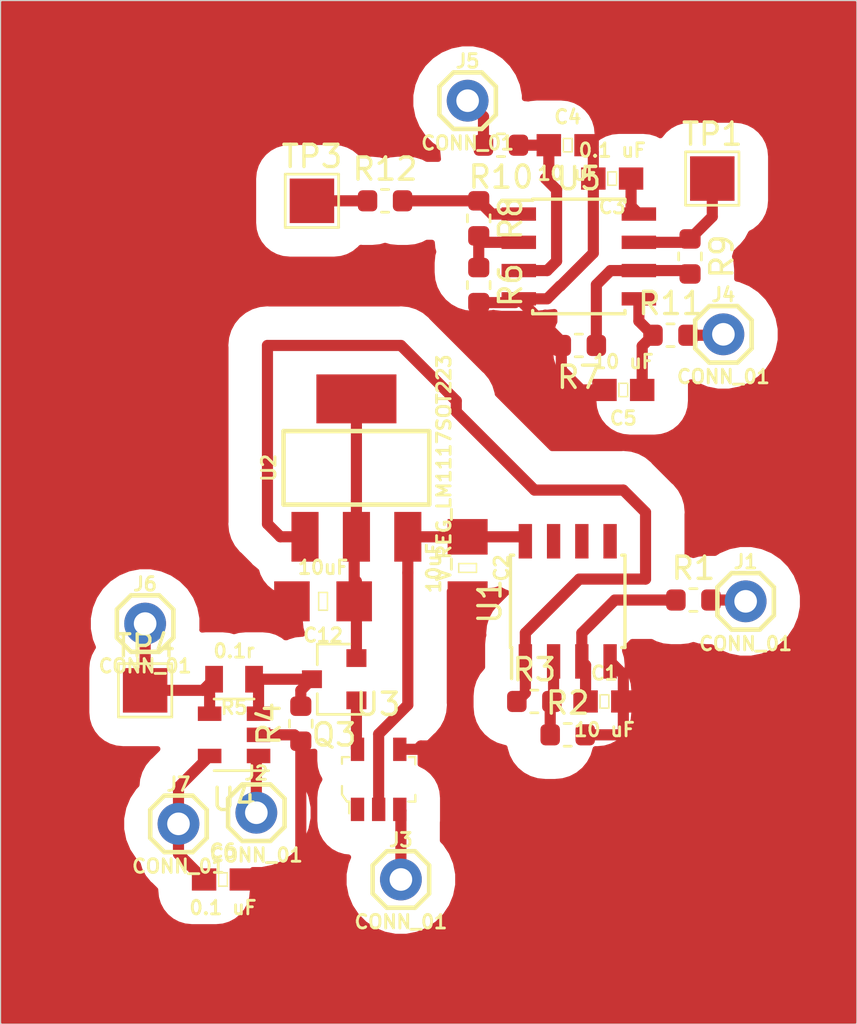
<source format=kicad_pcb>
(kicad_pcb (version 20171130) (host pcbnew 5.1.5+dfsg1-2~bpo9+1)

  (general
    (thickness 1.6)
    (drawings 4)
    (tracks 121)
    (zones 0)
    (modules 35)
    (nets 25)
  )

  (page A4)
  (layers
    (0 F.Cu signal)
    (31 B.Cu signal)
    (32 B.Adhes user)
    (33 F.Adhes user)
    (34 B.Paste user)
    (35 F.Paste user)
    (36 B.SilkS user)
    (37 F.SilkS user)
    (38 B.Mask user)
    (39 F.Mask user)
    (40 Dwgs.User user)
    (41 Cmts.User user)
    (42 Eco1.User user)
    (43 Eco2.User user)
    (44 Edge.Cuts user)
    (45 Margin user)
    (46 B.CrtYd user)
    (47 F.CrtYd user)
    (48 B.Fab user)
    (49 F.Fab user)
  )

  (setup
    (last_trace_width 0.25)
    (user_trace_width 0.5)
    (trace_clearance 0.2)
    (zone_clearance 1.5)
    (zone_45_only no)
    (trace_min 0.2)
    (via_size 0.8)
    (via_drill 0.4)
    (via_min_size 0.4)
    (via_min_drill 0.3)
    (uvia_size 0.3)
    (uvia_drill 0.1)
    (uvias_allowed no)
    (uvia_min_size 0.2)
    (uvia_min_drill 0.1)
    (edge_width 0.05)
    (segment_width 0.2)
    (pcb_text_width 0.3)
    (pcb_text_size 1.5 1.5)
    (mod_edge_width 0.12)
    (mod_text_size 1 1)
    (mod_text_width 0.15)
    (pad_size 1.524 1.524)
    (pad_drill 0.762)
    (pad_to_mask_clearance 0.051)
    (solder_mask_min_width 0.25)
    (aux_axis_origin 110 83.5)
    (grid_origin 110 83.5)
    (visible_elements FFFFFF7F)
    (pcbplotparams
      (layerselection 0x00008_7ffffffe)
      (usegerberextensions false)
      (usegerberattributes false)
      (usegerberadvancedattributes false)
      (creategerberjobfile false)
      (excludeedgelayer true)
      (linewidth 0.020000)
      (plotframeref false)
      (viasonmask false)
      (mode 1)
      (useauxorigin false)
      (hpglpennumber 1)
      (hpglpenspeed 20)
      (hpglpendiameter 15.000000)
      (psnegative false)
      (psa4output false)
      (plotreference true)
      (plotvalue true)
      (plotinvisibletext false)
      (padsonsilk false)
      (subtractmaskfromsilk false)
      (outputformat 5)
      (mirror false)
      (drillshape 0)
      (scaleselection 1)
      (outputdirectory ""))
  )

  (net 0 "")
  (net 1 GND)
  (net 2 "Net-(C1-Pad1)")
  (net 3 +15V)
  (net 4 +36V)
  (net 5 "Net-(C12-Pad1)")
  (net 6 "Net-(Q3-Pad3)")
  (net 7 "Net-(Q3-Pad1)")
  (net 8 voltage_control_in)
  (net 9 "Net-(R2-Pad1)")
  (net 10 "Net-(R3-Pad1)")
  (net 11 "Net-(R6-Pad1)")
  (net 12 "Net-(R7-Pad1)")
  (net 13 "Net-(R9-Pad1)")
  (net 14 "Net-(U3-Pad1)")
  (net 15 pulse_in)
  (net 16 3.3V)
  (net 17 "Net-(C4-Pad1)")
  (net 18 "Net-(C5-Pad1)")
  (net 19 varactor_input)
  (net 20 base_bias_input)
  (net 21 current_sense_output)
  (net 22 "Net-(J6-Pad1)")
  (net 23 "Net-(R12-Pad2)")
  (net 24 "Net-(R12-Pad1)")

  (net_class Default "This is the default net class."
    (clearance 0.2)
    (trace_width 0.25)
    (via_dia 0.8)
    (via_drill 0.4)
    (uvia_dia 0.3)
    (uvia_drill 0.1)
    (add_net +15V)
    (add_net +36V)
    (add_net 3.3V)
    (add_net GND)
    (add_net "Net-(C1-Pad1)")
    (add_net "Net-(C12-Pad1)")
    (add_net "Net-(C4-Pad1)")
    (add_net "Net-(C5-Pad1)")
    (add_net "Net-(J6-Pad1)")
    (add_net "Net-(Q3-Pad1)")
    (add_net "Net-(Q3-Pad3)")
    (add_net "Net-(R12-Pad1)")
    (add_net "Net-(R12-Pad2)")
    (add_net "Net-(R2-Pad1)")
    (add_net "Net-(R3-Pad1)")
    (add_net "Net-(R6-Pad1)")
    (add_net "Net-(R7-Pad1)")
    (add_net "Net-(R9-Pad1)")
    (add_net "Net-(U3-Pad1)")
    (add_net base_bias_input)
    (add_net current_sense_output)
    (add_net pulse_in)
    (add_net varactor_input)
    (add_net voltage_control_in)
  )

  (module Silicon-Standard:SOT223 (layer F.Cu) (tedit 200000) (tstamp 5F1B9D75)
    (at 126 104.5)
    (descr SOT-223)
    (tags SOT-223)
    (path /5F6A3494)
    (attr smd)
    (fp_text reference U2 (at -3.937 0 90) (layer F.SilkS)
      (effects (font (size 0.6096 0.6096) (thickness 0.127)))
    )
    (fp_text value V_REG_LM1117SOT223 (at 3.937 0 90) (layer F.SilkS)
      (effects (font (size 0.6096 0.6096) (thickness 0.127)))
    )
    (fp_line (start -3.2766 -1.651) (end 3.2766 -1.651) (layer F.SilkS) (width 0.2032))
    (fp_line (start -3.2766 1.651) (end -3.2766 -1.651) (layer F.SilkS) (width 0.2032))
    (fp_line (start 3.2766 1.651) (end -3.2766 1.651) (layer F.SilkS) (width 0.2032))
    (fp_line (start 3.2766 -1.651) (end 3.2766 1.651) (layer F.SilkS) (width 0.2032))
    (fp_line (start 1.8796 3.6576) (end 1.8796 1.80086) (layer Dwgs.User) (width 0.06604))
    (fp_line (start 1.8796 1.80086) (end 2.7432 1.80086) (layer Dwgs.User) (width 0.06604))
    (fp_line (start 2.7432 3.6576) (end 2.7432 1.80086) (layer Dwgs.User) (width 0.06604))
    (fp_line (start 1.8796 3.6576) (end 2.7432 3.6576) (layer Dwgs.User) (width 0.06604))
    (fp_line (start -2.7432 3.6576) (end -2.7432 1.80086) (layer Dwgs.User) (width 0.06604))
    (fp_line (start -2.7432 1.80086) (end -1.8796 1.80086) (layer Dwgs.User) (width 0.06604))
    (fp_line (start -1.8796 3.6576) (end -1.8796 1.80086) (layer Dwgs.User) (width 0.06604))
    (fp_line (start -2.7432 3.6576) (end -1.8796 3.6576) (layer Dwgs.User) (width 0.06604))
    (fp_line (start -0.4318 3.6576) (end -0.4318 1.80086) (layer Dwgs.User) (width 0.06604))
    (fp_line (start -0.4318 1.80086) (end 0.4318 1.80086) (layer Dwgs.User) (width 0.06604))
    (fp_line (start 0.4318 3.6576) (end 0.4318 1.80086) (layer Dwgs.User) (width 0.06604))
    (fp_line (start -0.4318 3.6576) (end 0.4318 3.6576) (layer Dwgs.User) (width 0.06604))
    (fp_line (start -1.6002 -1.80086) (end -1.6002 -3.6576) (layer Dwgs.User) (width 0.06604))
    (fp_line (start -1.6002 -3.6576) (end 1.6002 -3.6576) (layer Dwgs.User) (width 0.06604))
    (fp_line (start 1.6002 -1.80086) (end 1.6002 -3.6576) (layer Dwgs.User) (width 0.06604))
    (fp_line (start -1.6002 -1.80086) (end 1.6002 -1.80086) (layer Dwgs.User) (width 0.06604))
    (fp_line (start 1.8796 3.6576) (end 1.8796 1.80086) (layer Dwgs.User) (width 0.06604))
    (fp_line (start 1.8796 1.80086) (end 2.7432 1.80086) (layer Dwgs.User) (width 0.06604))
    (fp_line (start 2.7432 3.6576) (end 2.7432 1.80086) (layer Dwgs.User) (width 0.06604))
    (fp_line (start 1.8796 3.6576) (end 2.7432 3.6576) (layer Dwgs.User) (width 0.06604))
    (fp_line (start -2.7432 3.6576) (end -2.7432 1.80086) (layer Dwgs.User) (width 0.06604))
    (fp_line (start -2.7432 1.80086) (end -1.8796 1.80086) (layer Dwgs.User) (width 0.06604))
    (fp_line (start -1.8796 3.6576) (end -1.8796 1.80086) (layer Dwgs.User) (width 0.06604))
    (fp_line (start -2.7432 3.6576) (end -1.8796 3.6576) (layer Dwgs.User) (width 0.06604))
    (fp_line (start -0.4318 3.6576) (end -0.4318 1.80086) (layer Dwgs.User) (width 0.06604))
    (fp_line (start -0.4318 1.80086) (end 0.4318 1.80086) (layer Dwgs.User) (width 0.06604))
    (fp_line (start 0.4318 3.6576) (end 0.4318 1.80086) (layer Dwgs.User) (width 0.06604))
    (fp_line (start -0.4318 3.6576) (end 0.4318 3.6576) (layer Dwgs.User) (width 0.06604))
    (fp_line (start -1.6002 -1.80086) (end -1.6002 -3.6576) (layer Dwgs.User) (width 0.06604))
    (fp_line (start -1.6002 -3.6576) (end 1.6002 -3.6576) (layer Dwgs.User) (width 0.06604))
    (fp_line (start 1.6002 -1.80086) (end 1.6002 -3.6576) (layer Dwgs.User) (width 0.06604))
    (fp_line (start -1.6002 -1.80086) (end 1.6002 -1.80086) (layer Dwgs.User) (width 0.06604))
    (pad 4 smd rect (at 0 -3.0988) (size 3.59918 2.19964) (layers F.Cu F.Paste F.Mask)
      (net 5 "Net-(C12-Pad1)") (solder_mask_margin 0.1016))
    (pad 3 smd rect (at 2.3114 3.0988) (size 1.2192 2.2352) (layers F.Cu F.Paste F.Mask)
      (net 3 +15V) (solder_mask_margin 0.1016))
    (pad 2 smd rect (at 0 3.0988) (size 1.2192 2.2352) (layers F.Cu F.Paste F.Mask)
      (net 5 "Net-(C12-Pad1)") (solder_mask_margin 0.1016))
    (pad 1 smd rect (at -2.3114 3.0988) (size 1.2192 2.2352) (layers F.Cu F.Paste F.Mask)
      (net 10 "Net-(R3-Pad1)") (solder_mask_margin 0.1016))
  )

  (module Capacitors:0805 (layer F.Cu) (tedit 200000) (tstamp 5F1B9CAD)
    (at 120.5 114 180)
    (descr "GENERIC 2012 (0805) PACKAGE")
    (tags "GENERIC 2012 (0805) PACKAGE")
    (path /5F62017A)
    (attr smd)
    (fp_text reference R5 (at 0 -1.27) (layer F.SilkS)
      (effects (font (size 0.6096 0.6096) (thickness 0.127)))
    )
    (fp_text value 0.1r (at 0 1.27) (layer F.SilkS)
      (effects (font (size 0.6096 0.6096) (thickness 0.127)))
    )
    (fp_line (start -1.4986 0.79756) (end -1.4986 -0.79756) (layer F.CrtYd) (width 0.0508))
    (fp_line (start 1.4986 0.79756) (end -1.4986 0.79756) (layer F.CrtYd) (width 0.0508))
    (fp_line (start 1.4986 -0.79756) (end 1.4986 0.79756) (layer F.CrtYd) (width 0.0508))
    (fp_line (start -1.4986 -0.79756) (end 1.4986 -0.79756) (layer F.CrtYd) (width 0.0508))
    (pad 2 smd rect (at 0.89916 0 180) (size 0.79756 1.19888) (layers F.Cu F.Paste F.Mask)
      (net 22 "Net-(J6-Pad1)") (solder_mask_margin 0.1016))
    (pad 1 smd rect (at -0.89916 0 180) (size 0.79756 1.19888) (layers F.Cu F.Paste F.Mask)
      (net 6 "Net-(Q3-Pad3)") (solder_mask_margin 0.1016))
  )

  (module Connectors2:1X01 (layer F.Cu) (tedit 5963CE6C) (tstamp 5F1BDDFC)
    (at 118 120.5)
    (descr "PLATED THROUGH HOLE")
    (tags "PLATED THROUGH HOLE")
    (path /5F6EA4E1)
    (attr virtual)
    (fp_text reference J7 (at 0 -1.778) (layer F.SilkS)
      (effects (font (size 0.6096 0.6096) (thickness 0.127)))
    )
    (fp_text value CONN_01 (at 0 1.905) (layer F.SilkS)
      (effects (font (size 0.6096 0.6096) (thickness 0.127)))
    )
    (fp_line (start 1.27 0.635) (end 1.27 -0.635) (layer F.SilkS) (width 0.2032))
    (fp_line (start 0.635 1.27) (end 1.27 0.635) (layer F.SilkS) (width 0.2032))
    (fp_line (start -0.635 1.27) (end 0.635 1.27) (layer F.SilkS) (width 0.2032))
    (fp_line (start -1.27 0.635) (end -0.635 1.27) (layer F.SilkS) (width 0.2032))
    (fp_line (start -1.27 -0.635) (end -1.27 0.635) (layer F.SilkS) (width 0.2032))
    (fp_line (start -0.635 -1.27) (end -1.27 -0.635) (layer F.SilkS) (width 0.2032))
    (fp_line (start 0.635 -1.27) (end -0.635 -1.27) (layer F.SilkS) (width 0.2032))
    (fp_line (start 1.27 -0.635) (end 0.635 -1.27) (layer F.SilkS) (width 0.2032))
    (pad 1 thru_hole circle (at 0 0) (size 1.8796 1.8796) (drill 1.016) (layers *.Cu *.Mask)
      (net 16 3.3V) (solder_mask_margin 0.1016))
  )

  (module Connectors2:1X01 (layer F.Cu) (tedit 5963CE6C) (tstamp 5F1BCA22)
    (at 116.5 111.5)
    (descr "PLATED THROUGH HOLE")
    (tags "PLATED THROUGH HOLE")
    (path /5F6DA855)
    (attr virtual)
    (fp_text reference J6 (at 0 -1.778) (layer F.SilkS)
      (effects (font (size 0.6096 0.6096) (thickness 0.127)))
    )
    (fp_text value CONN_01 (at 0 1.905) (layer F.SilkS)
      (effects (font (size 0.6096 0.6096) (thickness 0.127)))
    )
    (fp_line (start 1.27 0.635) (end 1.27 -0.635) (layer F.SilkS) (width 0.2032))
    (fp_line (start 0.635 1.27) (end 1.27 0.635) (layer F.SilkS) (width 0.2032))
    (fp_line (start -0.635 1.27) (end 0.635 1.27) (layer F.SilkS) (width 0.2032))
    (fp_line (start -1.27 0.635) (end -0.635 1.27) (layer F.SilkS) (width 0.2032))
    (fp_line (start -1.27 -0.635) (end -1.27 0.635) (layer F.SilkS) (width 0.2032))
    (fp_line (start -0.635 -1.27) (end -1.27 -0.635) (layer F.SilkS) (width 0.2032))
    (fp_line (start 0.635 -1.27) (end -0.635 -1.27) (layer F.SilkS) (width 0.2032))
    (fp_line (start 1.27 -0.635) (end 0.635 -1.27) (layer F.SilkS) (width 0.2032))
    (pad 1 thru_hole circle (at 0 0) (size 1.8796 1.8796) (drill 1.016) (layers *.Cu *.Mask)
      (net 22 "Net-(J6-Pad1)") (solder_mask_margin 0.1016))
  )

  (module Connectors2:1X01 (layer F.Cu) (tedit 5963CE6C) (tstamp 5F1BC20F)
    (at 131 88)
    (descr "PLATED THROUGH HOLE")
    (tags "PLATED THROUGH HOLE")
    (path /5F6D4403)
    (attr virtual)
    (fp_text reference J5 (at 0 -1.778) (layer F.SilkS)
      (effects (font (size 0.6096 0.6096) (thickness 0.127)))
    )
    (fp_text value CONN_01 (at 0 1.905) (layer F.SilkS)
      (effects (font (size 0.6096 0.6096) (thickness 0.127)))
    )
    (fp_line (start 1.27 0.635) (end 1.27 -0.635) (layer F.SilkS) (width 0.2032))
    (fp_line (start 0.635 1.27) (end 1.27 0.635) (layer F.SilkS) (width 0.2032))
    (fp_line (start -0.635 1.27) (end 0.635 1.27) (layer F.SilkS) (width 0.2032))
    (fp_line (start -1.27 0.635) (end -0.635 1.27) (layer F.SilkS) (width 0.2032))
    (fp_line (start -1.27 -0.635) (end -1.27 0.635) (layer F.SilkS) (width 0.2032))
    (fp_line (start -0.635 -1.27) (end -1.27 -0.635) (layer F.SilkS) (width 0.2032))
    (fp_line (start 0.635 -1.27) (end -0.635 -1.27) (layer F.SilkS) (width 0.2032))
    (fp_line (start 1.27 -0.635) (end 0.635 -1.27) (layer F.SilkS) (width 0.2032))
    (pad 1 thru_hole circle (at 0 0) (size 1.8796 1.8796) (drill 1.016) (layers *.Cu *.Mask)
      (net 19 varactor_input) (solder_mask_margin 0.1016))
  )

  (module Connectors2:1X01 (layer F.Cu) (tedit 5963CE6C) (tstamp 5F1BC202)
    (at 142.5 98.5)
    (descr "PLATED THROUGH HOLE")
    (tags "PLATED THROUGH HOLE")
    (path /5F6D6333)
    (attr virtual)
    (fp_text reference J4 (at 0 -1.778) (layer F.SilkS)
      (effects (font (size 0.6096 0.6096) (thickness 0.127)))
    )
    (fp_text value CONN_01 (at 0 1.905) (layer F.SilkS)
      (effects (font (size 0.6096 0.6096) (thickness 0.127)))
    )
    (fp_line (start 1.27 0.635) (end 1.27 -0.635) (layer F.SilkS) (width 0.2032))
    (fp_line (start 0.635 1.27) (end 1.27 0.635) (layer F.SilkS) (width 0.2032))
    (fp_line (start -0.635 1.27) (end 0.635 1.27) (layer F.SilkS) (width 0.2032))
    (fp_line (start -1.27 0.635) (end -0.635 1.27) (layer F.SilkS) (width 0.2032))
    (fp_line (start -1.27 -0.635) (end -1.27 0.635) (layer F.SilkS) (width 0.2032))
    (fp_line (start -0.635 -1.27) (end -1.27 -0.635) (layer F.SilkS) (width 0.2032))
    (fp_line (start 0.635 -1.27) (end -0.635 -1.27) (layer F.SilkS) (width 0.2032))
    (fp_line (start 1.27 -0.635) (end 0.635 -1.27) (layer F.SilkS) (width 0.2032))
    (pad 1 thru_hole circle (at 0 0) (size 1.8796 1.8796) (drill 1.016) (layers *.Cu *.Mask)
      (net 20 base_bias_input) (solder_mask_margin 0.1016))
  )

  (module Connectors2:1X01 (layer F.Cu) (tedit 5963CE6C) (tstamp 5F1BC1F5)
    (at 128 123)
    (descr "PLATED THROUGH HOLE")
    (tags "PLATED THROUGH HOLE")
    (path /5F6D1F08)
    (attr virtual)
    (fp_text reference J3 (at 0 -1.778) (layer F.SilkS)
      (effects (font (size 0.6096 0.6096) (thickness 0.127)))
    )
    (fp_text value CONN_01 (at 0 1.905) (layer F.SilkS)
      (effects (font (size 0.6096 0.6096) (thickness 0.127)))
    )
    (fp_line (start 1.27 0.635) (end 1.27 -0.635) (layer F.SilkS) (width 0.2032))
    (fp_line (start 0.635 1.27) (end 1.27 0.635) (layer F.SilkS) (width 0.2032))
    (fp_line (start -0.635 1.27) (end 0.635 1.27) (layer F.SilkS) (width 0.2032))
    (fp_line (start -1.27 0.635) (end -0.635 1.27) (layer F.SilkS) (width 0.2032))
    (fp_line (start -1.27 -0.635) (end -1.27 0.635) (layer F.SilkS) (width 0.2032))
    (fp_line (start -0.635 -1.27) (end -1.27 -0.635) (layer F.SilkS) (width 0.2032))
    (fp_line (start 0.635 -1.27) (end -0.635 -1.27) (layer F.SilkS) (width 0.2032))
    (fp_line (start 1.27 -0.635) (end 0.635 -1.27) (layer F.SilkS) (width 0.2032))
    (pad 1 thru_hole circle (at 0 0) (size 1.8796 1.8796) (drill 1.016) (layers *.Cu *.Mask)
      (net 15 pulse_in) (solder_mask_margin 0.1016))
  )

  (module Connectors2:1X01 (layer F.Cu) (tedit 5963CE6C) (tstamp 5F1BC1E8)
    (at 121.5 120)
    (descr "PLATED THROUGH HOLE")
    (tags "PLATED THROUGH HOLE")
    (path /5F6D15DE)
    (attr virtual)
    (fp_text reference J2 (at 0 -1.778) (layer F.SilkS)
      (effects (font (size 0.6096 0.6096) (thickness 0.127)))
    )
    (fp_text value CONN_01 (at 0 1.905) (layer F.SilkS)
      (effects (font (size 0.6096 0.6096) (thickness 0.127)))
    )
    (fp_line (start 1.27 0.635) (end 1.27 -0.635) (layer F.SilkS) (width 0.2032))
    (fp_line (start 0.635 1.27) (end 1.27 0.635) (layer F.SilkS) (width 0.2032))
    (fp_line (start -0.635 1.27) (end 0.635 1.27) (layer F.SilkS) (width 0.2032))
    (fp_line (start -1.27 0.635) (end -0.635 1.27) (layer F.SilkS) (width 0.2032))
    (fp_line (start -1.27 -0.635) (end -1.27 0.635) (layer F.SilkS) (width 0.2032))
    (fp_line (start -0.635 -1.27) (end -1.27 -0.635) (layer F.SilkS) (width 0.2032))
    (fp_line (start 0.635 -1.27) (end -0.635 -1.27) (layer F.SilkS) (width 0.2032))
    (fp_line (start 1.27 -0.635) (end 0.635 -1.27) (layer F.SilkS) (width 0.2032))
    (pad 1 thru_hole circle (at 0 0) (size 1.8796 1.8796) (drill 1.016) (layers *.Cu *.Mask)
      (net 21 current_sense_output) (solder_mask_margin 0.1016))
  )

  (module Connectors2:1X01 (layer F.Cu) (tedit 5963CE6C) (tstamp 5F1BC1DB)
    (at 143.5 110.5)
    (descr "PLATED THROUGH HOLE")
    (tags "PLATED THROUGH HOLE")
    (path /5F6CE871)
    (attr virtual)
    (fp_text reference J1 (at 0 -1.778) (layer F.SilkS)
      (effects (font (size 0.6096 0.6096) (thickness 0.127)))
    )
    (fp_text value CONN_01 (at 0 1.905) (layer F.SilkS)
      (effects (font (size 0.6096 0.6096) (thickness 0.127)))
    )
    (fp_line (start 1.27 0.635) (end 1.27 -0.635) (layer F.SilkS) (width 0.2032))
    (fp_line (start 0.635 1.27) (end 1.27 0.635) (layer F.SilkS) (width 0.2032))
    (fp_line (start -0.635 1.27) (end 0.635 1.27) (layer F.SilkS) (width 0.2032))
    (fp_line (start -1.27 0.635) (end -0.635 1.27) (layer F.SilkS) (width 0.2032))
    (fp_line (start -1.27 -0.635) (end -1.27 0.635) (layer F.SilkS) (width 0.2032))
    (fp_line (start -0.635 -1.27) (end -1.27 -0.635) (layer F.SilkS) (width 0.2032))
    (fp_line (start 0.635 -1.27) (end -0.635 -1.27) (layer F.SilkS) (width 0.2032))
    (fp_line (start 1.27 -0.635) (end 0.635 -1.27) (layer F.SilkS) (width 0.2032))
    (pad 1 thru_hole circle (at 0 0) (size 1.8796 1.8796) (drill 1.016) (layers *.Cu *.Mask)
      (net 8 voltage_control_in) (solder_mask_margin 0.1016))
  )

  (module Capacitors:1206 (layer F.Cu) (tedit 200000) (tstamp 5F1B9C4A)
    (at 124.5 110.5 180)
    (descr "GENERIC 3216 (1206) PACKAGE")
    (tags "GENERIC 3216 (1206) PACKAGE")
    (path /5F2D5553)
    (attr smd)
    (fp_text reference C12 (at 0 -1.524) (layer F.SilkS)
      (effects (font (size 0.6096 0.6096) (thickness 0.127)))
    )
    (fp_text value 10uF (at 0 1.524) (layer F.SilkS)
      (effects (font (size 0.6096 0.6096) (thickness 0.127)))
    )
    (fp_line (start -0.96266 0.78486) (end 0.96266 0.78486) (layer Dwgs.User) (width 0.1016))
    (fp_line (start -0.96266 -0.78486) (end 0.96266 -0.78486) (layer Dwgs.User) (width 0.1016))
    (fp_line (start 2.39776 -1.09982) (end 2.39776 1.09982) (layer F.CrtYd) (width 0.0508))
    (fp_line (start -2.39776 1.09982) (end -2.39776 -1.09982) (layer F.CrtYd) (width 0.0508))
    (fp_line (start 2.39776 1.09982) (end -2.39776 1.09982) (layer F.CrtYd) (width 0.0508))
    (fp_line (start -2.39776 -1.09982) (end 2.39776 -1.09982) (layer F.CrtYd) (width 0.0508))
    (fp_line (start -0.19812 0.39878) (end -0.19812 -0.39878) (layer F.SilkS) (width 0.06604))
    (fp_line (start -0.19812 -0.39878) (end 0.19812 -0.39878) (layer F.SilkS) (width 0.06604))
    (fp_line (start 0.19812 0.39878) (end 0.19812 -0.39878) (layer F.SilkS) (width 0.06604))
    (fp_line (start -0.19812 0.39878) (end 0.19812 0.39878) (layer F.SilkS) (width 0.06604))
    (fp_line (start 0.94996 0.84836) (end 0.94996 -0.8509) (layer Dwgs.User) (width 0.06604))
    (fp_line (start 0.94996 -0.8509) (end 1.7018 -0.8509) (layer Dwgs.User) (width 0.06604))
    (fp_line (start 1.7018 0.84836) (end 1.7018 -0.8509) (layer Dwgs.User) (width 0.06604))
    (fp_line (start 0.94996 0.84836) (end 1.7018 0.84836) (layer Dwgs.User) (width 0.06604))
    (fp_line (start -1.7018 0.8509) (end -1.7018 -0.84836) (layer Dwgs.User) (width 0.06604))
    (fp_line (start -1.7018 -0.84836) (end -0.94996 -0.84836) (layer Dwgs.User) (width 0.06604))
    (fp_line (start -0.94996 0.8509) (end -0.94996 -0.84836) (layer Dwgs.User) (width 0.06604))
    (fp_line (start -1.7018 0.8509) (end -0.94996 0.8509) (layer Dwgs.User) (width 0.06604))
    (pad 2 smd rect (at 1.39954 0 180) (size 1.59766 1.79832) (layers F.Cu F.Paste F.Mask)
      (net 1 GND) (solder_mask_margin 0.1016))
    (pad 1 smd rect (at -1.39954 0 180) (size 1.59766 1.79832) (layers F.Cu F.Paste F.Mask)
      (net 5 "Net-(C12-Pad1)") (solder_mask_margin 0.1016))
  )

  (module Capacitors:0603 (layer F.Cu) (tedit 596180EF) (tstamp 5F1BDD90)
    (at 120 123)
    (descr "GENERIC 1608 (0603) PACKAGE")
    (tags "GENERIC 1608 (0603) PACKAGE")
    (path /5F6E84C0)
    (attr smd)
    (fp_text reference C6 (at 0 -1.27) (layer F.SilkS)
      (effects (font (size 0.6096 0.6096) (thickness 0.127)))
    )
    (fp_text value "0.1 uF" (at 0 1.27) (layer F.SilkS)
      (effects (font (size 0.6096 0.6096) (thickness 0.127)))
    )
    (fp_line (start -0.3556 0.41656) (end 0.3556 0.41656) (layer Dwgs.User) (width 0.1016))
    (fp_line (start -0.3556 -0.4318) (end 0.3556 -0.4318) (layer Dwgs.User) (width 0.1016))
    (fp_line (start -1.59766 0.6985) (end -1.59766 -0.6985) (layer F.CrtYd) (width 0.0508))
    (fp_line (start 1.59766 0.6985) (end -1.59766 0.6985) (layer F.CrtYd) (width 0.0508))
    (fp_line (start 1.59766 -0.6985) (end 1.59766 0.6985) (layer F.CrtYd) (width 0.0508))
    (fp_line (start -1.59766 -0.6985) (end 1.59766 -0.6985) (layer F.CrtYd) (width 0.0508))
    (fp_line (start -0.19812 0.29972) (end -0.19812 -0.29972) (layer F.SilkS) (width 0.06604))
    (fp_line (start -0.19812 -0.29972) (end 0.19812 -0.29972) (layer F.SilkS) (width 0.06604))
    (fp_line (start 0.19812 0.29972) (end 0.19812 -0.29972) (layer F.SilkS) (width 0.06604))
    (fp_line (start -0.19812 0.29972) (end 0.19812 0.29972) (layer F.SilkS) (width 0.06604))
    (fp_line (start 0.3302 0.4699) (end 0.3302 -0.48006) (layer Dwgs.User) (width 0.06604))
    (fp_line (start 0.3302 -0.48006) (end 0.82804 -0.48006) (layer Dwgs.User) (width 0.06604))
    (fp_line (start 0.82804 0.4699) (end 0.82804 -0.48006) (layer Dwgs.User) (width 0.06604))
    (fp_line (start 0.3302 0.4699) (end 0.82804 0.4699) (layer Dwgs.User) (width 0.06604))
    (fp_line (start -0.8382 0.4699) (end -0.8382 -0.48006) (layer Dwgs.User) (width 0.06604))
    (fp_line (start -0.8382 -0.48006) (end -0.33782 -0.48006) (layer Dwgs.User) (width 0.06604))
    (fp_line (start -0.33782 0.4699) (end -0.33782 -0.48006) (layer Dwgs.User) (width 0.06604))
    (fp_line (start -0.8382 0.4699) (end -0.33782 0.4699) (layer Dwgs.User) (width 0.06604))
    (pad 2 smd rect (at 0.84836 0) (size 1.09982 0.99822) (layers F.Cu F.Paste F.Mask)
      (net 1 GND) (solder_mask_margin 0.1016))
    (pad 1 smd rect (at -0.84836 0) (size 1.09982 0.99822) (layers F.Cu F.Paste F.Mask)
      (net 16 3.3V) (solder_mask_margin 0.1016))
  )

  (module Capacitors:0603 (layer F.Cu) (tedit 596180EF) (tstamp 5F1BB40F)
    (at 138 101 180)
    (descr "GENERIC 1608 (0603) PACKAGE")
    (tags "GENERIC 1608 (0603) PACKAGE")
    (path /5F6ACE87)
    (attr smd)
    (fp_text reference C5 (at 0 -1.27) (layer F.SilkS)
      (effects (font (size 0.6096 0.6096) (thickness 0.127)))
    )
    (fp_text value "10 uF" (at 0 1.27) (layer F.SilkS)
      (effects (font (size 0.6096 0.6096) (thickness 0.127)))
    )
    (fp_line (start -0.3556 0.41656) (end 0.3556 0.41656) (layer Dwgs.User) (width 0.1016))
    (fp_line (start -0.3556 -0.4318) (end 0.3556 -0.4318) (layer Dwgs.User) (width 0.1016))
    (fp_line (start -1.59766 0.6985) (end -1.59766 -0.6985) (layer F.CrtYd) (width 0.0508))
    (fp_line (start 1.59766 0.6985) (end -1.59766 0.6985) (layer F.CrtYd) (width 0.0508))
    (fp_line (start 1.59766 -0.6985) (end 1.59766 0.6985) (layer F.CrtYd) (width 0.0508))
    (fp_line (start -1.59766 -0.6985) (end 1.59766 -0.6985) (layer F.CrtYd) (width 0.0508))
    (fp_line (start -0.19812 0.29972) (end -0.19812 -0.29972) (layer F.SilkS) (width 0.06604))
    (fp_line (start -0.19812 -0.29972) (end 0.19812 -0.29972) (layer F.SilkS) (width 0.06604))
    (fp_line (start 0.19812 0.29972) (end 0.19812 -0.29972) (layer F.SilkS) (width 0.06604))
    (fp_line (start -0.19812 0.29972) (end 0.19812 0.29972) (layer F.SilkS) (width 0.06604))
    (fp_line (start 0.3302 0.4699) (end 0.3302 -0.48006) (layer Dwgs.User) (width 0.06604))
    (fp_line (start 0.3302 -0.48006) (end 0.82804 -0.48006) (layer Dwgs.User) (width 0.06604))
    (fp_line (start 0.82804 0.4699) (end 0.82804 -0.48006) (layer Dwgs.User) (width 0.06604))
    (fp_line (start 0.3302 0.4699) (end 0.82804 0.4699) (layer Dwgs.User) (width 0.06604))
    (fp_line (start -0.8382 0.4699) (end -0.8382 -0.48006) (layer Dwgs.User) (width 0.06604))
    (fp_line (start -0.8382 -0.48006) (end -0.33782 -0.48006) (layer Dwgs.User) (width 0.06604))
    (fp_line (start -0.33782 0.4699) (end -0.33782 -0.48006) (layer Dwgs.User) (width 0.06604))
    (fp_line (start -0.8382 0.4699) (end -0.33782 0.4699) (layer Dwgs.User) (width 0.06604))
    (pad 2 smd rect (at 0.84836 0 180) (size 1.09982 0.99822) (layers F.Cu F.Paste F.Mask)
      (net 1 GND) (solder_mask_margin 0.1016))
    (pad 1 smd rect (at -0.84836 0 180) (size 1.09982 0.99822) (layers F.Cu F.Paste F.Mask)
      (net 18 "Net-(C5-Pad1)") (solder_mask_margin 0.1016))
  )

  (module Capacitors:0603 (layer F.Cu) (tedit 596180EF) (tstamp 5F1BB3F7)
    (at 135.5 90)
    (descr "GENERIC 1608 (0603) PACKAGE")
    (tags "GENERIC 1608 (0603) PACKAGE")
    (path /5F6B4DC9)
    (attr smd)
    (fp_text reference C4 (at 0 -1.27) (layer F.SilkS)
      (effects (font (size 0.6096 0.6096) (thickness 0.127)))
    )
    (fp_text value "10 uF" (at 0 1.27) (layer F.SilkS)
      (effects (font (size 0.6096 0.6096) (thickness 0.127)))
    )
    (fp_line (start -0.3556 0.41656) (end 0.3556 0.41656) (layer Dwgs.User) (width 0.1016))
    (fp_line (start -0.3556 -0.4318) (end 0.3556 -0.4318) (layer Dwgs.User) (width 0.1016))
    (fp_line (start -1.59766 0.6985) (end -1.59766 -0.6985) (layer F.CrtYd) (width 0.0508))
    (fp_line (start 1.59766 0.6985) (end -1.59766 0.6985) (layer F.CrtYd) (width 0.0508))
    (fp_line (start 1.59766 -0.6985) (end 1.59766 0.6985) (layer F.CrtYd) (width 0.0508))
    (fp_line (start -1.59766 -0.6985) (end 1.59766 -0.6985) (layer F.CrtYd) (width 0.0508))
    (fp_line (start -0.19812 0.29972) (end -0.19812 -0.29972) (layer F.SilkS) (width 0.06604))
    (fp_line (start -0.19812 -0.29972) (end 0.19812 -0.29972) (layer F.SilkS) (width 0.06604))
    (fp_line (start 0.19812 0.29972) (end 0.19812 -0.29972) (layer F.SilkS) (width 0.06604))
    (fp_line (start -0.19812 0.29972) (end 0.19812 0.29972) (layer F.SilkS) (width 0.06604))
    (fp_line (start 0.3302 0.4699) (end 0.3302 -0.48006) (layer Dwgs.User) (width 0.06604))
    (fp_line (start 0.3302 -0.48006) (end 0.82804 -0.48006) (layer Dwgs.User) (width 0.06604))
    (fp_line (start 0.82804 0.4699) (end 0.82804 -0.48006) (layer Dwgs.User) (width 0.06604))
    (fp_line (start 0.3302 0.4699) (end 0.82804 0.4699) (layer Dwgs.User) (width 0.06604))
    (fp_line (start -0.8382 0.4699) (end -0.8382 -0.48006) (layer Dwgs.User) (width 0.06604))
    (fp_line (start -0.8382 -0.48006) (end -0.33782 -0.48006) (layer Dwgs.User) (width 0.06604))
    (fp_line (start -0.33782 0.4699) (end -0.33782 -0.48006) (layer Dwgs.User) (width 0.06604))
    (fp_line (start -0.8382 0.4699) (end -0.33782 0.4699) (layer Dwgs.User) (width 0.06604))
    (pad 2 smd rect (at 0.84836 0) (size 1.09982 0.99822) (layers F.Cu F.Paste F.Mask)
      (net 1 GND) (solder_mask_margin 0.1016))
    (pad 1 smd rect (at -0.84836 0) (size 1.09982 0.99822) (layers F.Cu F.Paste F.Mask)
      (net 17 "Net-(C4-Pad1)") (solder_mask_margin 0.1016))
  )

  (module Capacitors:0603 (layer F.Cu) (tedit 596180EF) (tstamp 5F1BEF7F)
    (at 137.5 91.5 180)
    (descr "GENERIC 1608 (0603) PACKAGE")
    (tags "GENERIC 1608 (0603) PACKAGE")
    (path /5F6F5EC0)
    (attr smd)
    (fp_text reference C3 (at 0 -1.27) (layer F.SilkS)
      (effects (font (size 0.6096 0.6096) (thickness 0.127)))
    )
    (fp_text value "0.1 uF" (at 0 1.27) (layer F.SilkS)
      (effects (font (size 0.6096 0.6096) (thickness 0.127)))
    )
    (fp_line (start -0.3556 0.41656) (end 0.3556 0.41656) (layer Dwgs.User) (width 0.1016))
    (fp_line (start -0.3556 -0.4318) (end 0.3556 -0.4318) (layer Dwgs.User) (width 0.1016))
    (fp_line (start -1.59766 0.6985) (end -1.59766 -0.6985) (layer F.CrtYd) (width 0.0508))
    (fp_line (start 1.59766 0.6985) (end -1.59766 0.6985) (layer F.CrtYd) (width 0.0508))
    (fp_line (start 1.59766 -0.6985) (end 1.59766 0.6985) (layer F.CrtYd) (width 0.0508))
    (fp_line (start -1.59766 -0.6985) (end 1.59766 -0.6985) (layer F.CrtYd) (width 0.0508))
    (fp_line (start -0.19812 0.29972) (end -0.19812 -0.29972) (layer F.SilkS) (width 0.06604))
    (fp_line (start -0.19812 -0.29972) (end 0.19812 -0.29972) (layer F.SilkS) (width 0.06604))
    (fp_line (start 0.19812 0.29972) (end 0.19812 -0.29972) (layer F.SilkS) (width 0.06604))
    (fp_line (start -0.19812 0.29972) (end 0.19812 0.29972) (layer F.SilkS) (width 0.06604))
    (fp_line (start 0.3302 0.4699) (end 0.3302 -0.48006) (layer Dwgs.User) (width 0.06604))
    (fp_line (start 0.3302 -0.48006) (end 0.82804 -0.48006) (layer Dwgs.User) (width 0.06604))
    (fp_line (start 0.82804 0.4699) (end 0.82804 -0.48006) (layer Dwgs.User) (width 0.06604))
    (fp_line (start 0.3302 0.4699) (end 0.82804 0.4699) (layer Dwgs.User) (width 0.06604))
    (fp_line (start -0.8382 0.4699) (end -0.8382 -0.48006) (layer Dwgs.User) (width 0.06604))
    (fp_line (start -0.8382 -0.48006) (end -0.33782 -0.48006) (layer Dwgs.User) (width 0.06604))
    (fp_line (start -0.33782 0.4699) (end -0.33782 -0.48006) (layer Dwgs.User) (width 0.06604))
    (fp_line (start -0.8382 0.4699) (end -0.33782 0.4699) (layer Dwgs.User) (width 0.06604))
    (pad 2 smd rect (at 0.84836 0 180) (size 1.09982 0.99822) (layers F.Cu F.Paste F.Mask)
      (net 1 GND) (solder_mask_margin 0.1016))
    (pad 1 smd rect (at -0.84836 0 180) (size 1.09982 0.99822) (layers F.Cu F.Paste F.Mask)
      (net 4 +36V) (solder_mask_margin 0.1016))
  )

  (module Capacitors:1206 (layer F.Cu) (tedit 200000) (tstamp 5F1B9C1A)
    (at 131 109 270)
    (descr "GENERIC 3216 (1206) PACKAGE")
    (tags "GENERIC 3216 (1206) PACKAGE")
    (path /5F65630F)
    (attr smd)
    (fp_text reference C2 (at 0 -1.524 90) (layer F.SilkS)
      (effects (font (size 0.6096 0.6096) (thickness 0.127)))
    )
    (fp_text value 10uF (at 0 1.524 90) (layer F.SilkS)
      (effects (font (size 0.6096 0.6096) (thickness 0.127)))
    )
    (fp_line (start -0.96266 0.78486) (end 0.96266 0.78486) (layer Dwgs.User) (width 0.1016))
    (fp_line (start -0.96266 -0.78486) (end 0.96266 -0.78486) (layer Dwgs.User) (width 0.1016))
    (fp_line (start 2.39776 -1.09982) (end 2.39776 1.09982) (layer F.CrtYd) (width 0.0508))
    (fp_line (start -2.39776 1.09982) (end -2.39776 -1.09982) (layer F.CrtYd) (width 0.0508))
    (fp_line (start 2.39776 1.09982) (end -2.39776 1.09982) (layer F.CrtYd) (width 0.0508))
    (fp_line (start -2.39776 -1.09982) (end 2.39776 -1.09982) (layer F.CrtYd) (width 0.0508))
    (fp_line (start -0.19812 0.39878) (end -0.19812 -0.39878) (layer F.SilkS) (width 0.06604))
    (fp_line (start -0.19812 -0.39878) (end 0.19812 -0.39878) (layer F.SilkS) (width 0.06604))
    (fp_line (start 0.19812 0.39878) (end 0.19812 -0.39878) (layer F.SilkS) (width 0.06604))
    (fp_line (start -0.19812 0.39878) (end 0.19812 0.39878) (layer F.SilkS) (width 0.06604))
    (fp_line (start 0.94996 0.84836) (end 0.94996 -0.8509) (layer Dwgs.User) (width 0.06604))
    (fp_line (start 0.94996 -0.8509) (end 1.7018 -0.8509) (layer Dwgs.User) (width 0.06604))
    (fp_line (start 1.7018 0.84836) (end 1.7018 -0.8509) (layer Dwgs.User) (width 0.06604))
    (fp_line (start 0.94996 0.84836) (end 1.7018 0.84836) (layer Dwgs.User) (width 0.06604))
    (fp_line (start -1.7018 0.8509) (end -1.7018 -0.84836) (layer Dwgs.User) (width 0.06604))
    (fp_line (start -1.7018 -0.84836) (end -0.94996 -0.84836) (layer Dwgs.User) (width 0.06604))
    (fp_line (start -0.94996 0.8509) (end -0.94996 -0.84836) (layer Dwgs.User) (width 0.06604))
    (fp_line (start -1.7018 0.8509) (end -0.94996 0.8509) (layer Dwgs.User) (width 0.06604))
    (pad 2 smd rect (at 1.39954 0 270) (size 1.59766 1.79832) (layers F.Cu F.Paste F.Mask)
      (net 1 GND) (solder_mask_margin 0.1016))
    (pad 1 smd rect (at -1.39954 0 270) (size 1.59766 1.79832) (layers F.Cu F.Paste F.Mask)
      (net 3 +15V) (solder_mask_margin 0.1016))
  )

  (module Capacitors:0603 (layer F.Cu) (tedit 596180EF) (tstamp 5F1B9C02)
    (at 137.15164 115)
    (descr "GENERIC 1608 (0603) PACKAGE")
    (tags "GENERIC 1608 (0603) PACKAGE")
    (path /5F69B176)
    (attr smd)
    (fp_text reference C1 (at 0 -1.27) (layer F.SilkS)
      (effects (font (size 0.6096 0.6096) (thickness 0.127)))
    )
    (fp_text value "10 uF" (at 0 1.27) (layer F.SilkS)
      (effects (font (size 0.6096 0.6096) (thickness 0.127)))
    )
    (fp_line (start -0.3556 0.41656) (end 0.3556 0.41656) (layer Dwgs.User) (width 0.1016))
    (fp_line (start -0.3556 -0.4318) (end 0.3556 -0.4318) (layer Dwgs.User) (width 0.1016))
    (fp_line (start -1.59766 0.6985) (end -1.59766 -0.6985) (layer F.CrtYd) (width 0.0508))
    (fp_line (start 1.59766 0.6985) (end -1.59766 0.6985) (layer F.CrtYd) (width 0.0508))
    (fp_line (start 1.59766 -0.6985) (end 1.59766 0.6985) (layer F.CrtYd) (width 0.0508))
    (fp_line (start -1.59766 -0.6985) (end 1.59766 -0.6985) (layer F.CrtYd) (width 0.0508))
    (fp_line (start -0.19812 0.29972) (end -0.19812 -0.29972) (layer F.SilkS) (width 0.06604))
    (fp_line (start -0.19812 -0.29972) (end 0.19812 -0.29972) (layer F.SilkS) (width 0.06604))
    (fp_line (start 0.19812 0.29972) (end 0.19812 -0.29972) (layer F.SilkS) (width 0.06604))
    (fp_line (start -0.19812 0.29972) (end 0.19812 0.29972) (layer F.SilkS) (width 0.06604))
    (fp_line (start 0.3302 0.4699) (end 0.3302 -0.48006) (layer Dwgs.User) (width 0.06604))
    (fp_line (start 0.3302 -0.48006) (end 0.82804 -0.48006) (layer Dwgs.User) (width 0.06604))
    (fp_line (start 0.82804 0.4699) (end 0.82804 -0.48006) (layer Dwgs.User) (width 0.06604))
    (fp_line (start 0.3302 0.4699) (end 0.82804 0.4699) (layer Dwgs.User) (width 0.06604))
    (fp_line (start -0.8382 0.4699) (end -0.8382 -0.48006) (layer Dwgs.User) (width 0.06604))
    (fp_line (start -0.8382 -0.48006) (end -0.33782 -0.48006) (layer Dwgs.User) (width 0.06604))
    (fp_line (start -0.33782 0.4699) (end -0.33782 -0.48006) (layer Dwgs.User) (width 0.06604))
    (fp_line (start -0.8382 0.4699) (end -0.33782 0.4699) (layer Dwgs.User) (width 0.06604))
    (pad 2 smd rect (at 0.84836 0) (size 1.09982 0.99822) (layers F.Cu F.Paste F.Mask)
      (net 1 GND) (solder_mask_margin 0.1016))
    (pad 1 smd rect (at -0.84836 0) (size 1.09982 0.99822) (layers F.Cu F.Paste F.Mask)
      (net 2 "Net-(C1-Pad1)") (solder_mask_margin 0.1016))
  )

  (module Resistor_SMD:R_0603_1608Metric (layer F.Cu) (tedit 5B301BBD) (tstamp 5F1C2D8E)
    (at 127.2875 92.5)
    (descr "Resistor SMD 0603 (1608 Metric), square (rectangular) end terminal, IPC_7351 nominal, (Body size source: http://www.tortai-tech.com/upload/download/2011102023233369053.pdf), generated with kicad-footprint-generator")
    (tags resistor)
    (path /5F7206A4)
    (attr smd)
    (fp_text reference R12 (at 0 -1.43) (layer F.SilkS)
      (effects (font (size 1 1) (thickness 0.15)))
    )
    (fp_text value 1k (at 0 1.43) (layer F.Fab)
      (effects (font (size 1 1) (thickness 0.15)))
    )
    (fp_text user %R (at 0 0) (layer F.Fab)
      (effects (font (size 0.4 0.4) (thickness 0.06)))
    )
    (fp_line (start 1.48 0.73) (end -1.48 0.73) (layer F.CrtYd) (width 0.05))
    (fp_line (start 1.48 -0.73) (end 1.48 0.73) (layer F.CrtYd) (width 0.05))
    (fp_line (start -1.48 -0.73) (end 1.48 -0.73) (layer F.CrtYd) (width 0.05))
    (fp_line (start -1.48 0.73) (end -1.48 -0.73) (layer F.CrtYd) (width 0.05))
    (fp_line (start -0.162779 0.51) (end 0.162779 0.51) (layer F.SilkS) (width 0.12))
    (fp_line (start -0.162779 -0.51) (end 0.162779 -0.51) (layer F.SilkS) (width 0.12))
    (fp_line (start 0.8 0.4) (end -0.8 0.4) (layer F.Fab) (width 0.1))
    (fp_line (start 0.8 -0.4) (end 0.8 0.4) (layer F.Fab) (width 0.1))
    (fp_line (start -0.8 -0.4) (end 0.8 -0.4) (layer F.Fab) (width 0.1))
    (fp_line (start -0.8 0.4) (end -0.8 -0.4) (layer F.Fab) (width 0.1))
    (pad 2 smd roundrect (at 0.7875 0) (size 0.875 0.95) (layers F.Cu F.Paste F.Mask) (roundrect_rratio 0.25)
      (net 23 "Net-(R12-Pad2)"))
    (pad 1 smd roundrect (at -0.7875 0) (size 0.875 0.95) (layers F.Cu F.Paste F.Mask) (roundrect_rratio 0.25)
      (net 24 "Net-(R12-Pad1)"))
    (model ${KISYS3DMOD}/Resistor_SMD.3dshapes/R_0603_1608Metric.wrl
      (at (xyz 0 0 0))
      (scale (xyz 1 1 1))
      (rotate (xyz 0 0 0))
    )
  )

  (module Resistor_SMD:R_0603_1608Metric (layer F.Cu) (tedit 5B301BBD) (tstamp 5F1BB579)
    (at 140.12194 98.5411)
    (descr "Resistor SMD 0603 (1608 Metric), square (rectangular) end terminal, IPC_7351 nominal, (Body size source: http://www.tortai-tech.com/upload/download/2011102023233369053.pdf), generated with kicad-footprint-generator")
    (tags resistor)
    (path /5F6ADCF0)
    (attr smd)
    (fp_text reference R11 (at 0 -1.43) (layer F.SilkS)
      (effects (font (size 1 1) (thickness 0.15)))
    )
    (fp_text value 1k (at 0 1.43) (layer F.Fab)
      (effects (font (size 1 1) (thickness 0.15)))
    )
    (fp_text user %R (at 0 0) (layer F.Fab)
      (effects (font (size 0.4 0.4) (thickness 0.06)))
    )
    (fp_line (start 1.48 0.73) (end -1.48 0.73) (layer F.CrtYd) (width 0.05))
    (fp_line (start 1.48 -0.73) (end 1.48 0.73) (layer F.CrtYd) (width 0.05))
    (fp_line (start -1.48 -0.73) (end 1.48 -0.73) (layer F.CrtYd) (width 0.05))
    (fp_line (start -1.48 0.73) (end -1.48 -0.73) (layer F.CrtYd) (width 0.05))
    (fp_line (start -0.162779 0.51) (end 0.162779 0.51) (layer F.SilkS) (width 0.12))
    (fp_line (start -0.162779 -0.51) (end 0.162779 -0.51) (layer F.SilkS) (width 0.12))
    (fp_line (start 0.8 0.4) (end -0.8 0.4) (layer F.Fab) (width 0.1))
    (fp_line (start 0.8 -0.4) (end 0.8 0.4) (layer F.Fab) (width 0.1))
    (fp_line (start -0.8 -0.4) (end 0.8 -0.4) (layer F.Fab) (width 0.1))
    (fp_line (start -0.8 0.4) (end -0.8 -0.4) (layer F.Fab) (width 0.1))
    (pad 2 smd roundrect (at 0.7875 0) (size 0.875 0.95) (layers F.Cu F.Paste F.Mask) (roundrect_rratio 0.25)
      (net 20 base_bias_input))
    (pad 1 smd roundrect (at -0.7875 0) (size 0.875 0.95) (layers F.Cu F.Paste F.Mask) (roundrect_rratio 0.25)
      (net 18 "Net-(C5-Pad1)"))
    (model ${KISYS3DMOD}/Resistor_SMD.3dshapes/R_0603_1608Metric.wrl
      (at (xyz 0 0 0))
      (scale (xyz 1 1 1))
      (rotate (xyz 0 0 0))
    )
  )

  (module Resistor_SMD:R_0603_1608Metric (layer F.Cu) (tedit 5B301BBD) (tstamp 5F1BB568)
    (at 132.5 90 180)
    (descr "Resistor SMD 0603 (1608 Metric), square (rectangular) end terminal, IPC_7351 nominal, (Body size source: http://www.tortai-tech.com/upload/download/2011102023233369053.pdf), generated with kicad-footprint-generator")
    (tags resistor)
    (path /5F6B4DD0)
    (attr smd)
    (fp_text reference R10 (at 0 -1.43) (layer F.SilkS)
      (effects (font (size 1 1) (thickness 0.15)))
    )
    (fp_text value 1k (at 0 1.43) (layer F.Fab)
      (effects (font (size 1 1) (thickness 0.15)))
    )
    (fp_text user %R (at -0.12194 0) (layer F.Fab)
      (effects (font (size 0.4 0.4) (thickness 0.06)))
    )
    (fp_line (start 1.48 0.73) (end -1.48 0.73) (layer F.CrtYd) (width 0.05))
    (fp_line (start 1.48 -0.73) (end 1.48 0.73) (layer F.CrtYd) (width 0.05))
    (fp_line (start -1.48 -0.73) (end 1.48 -0.73) (layer F.CrtYd) (width 0.05))
    (fp_line (start -1.48 0.73) (end -1.48 -0.73) (layer F.CrtYd) (width 0.05))
    (fp_line (start -0.162779 0.51) (end 0.162779 0.51) (layer F.SilkS) (width 0.12))
    (fp_line (start -0.162779 -0.51) (end 0.162779 -0.51) (layer F.SilkS) (width 0.12))
    (fp_line (start 0.8 0.4) (end -0.8 0.4) (layer F.Fab) (width 0.1))
    (fp_line (start 0.8 -0.4) (end 0.8 0.4) (layer F.Fab) (width 0.1))
    (fp_line (start -0.8 -0.4) (end 0.8 -0.4) (layer F.Fab) (width 0.1))
    (fp_line (start -0.8 0.4) (end -0.8 -0.4) (layer F.Fab) (width 0.1))
    (pad 2 smd roundrect (at 0.7875 0 180) (size 0.875 0.95) (layers F.Cu F.Paste F.Mask) (roundrect_rratio 0.25)
      (net 19 varactor_input))
    (pad 1 smd roundrect (at -0.7875 0 180) (size 0.875 0.95) (layers F.Cu F.Paste F.Mask) (roundrect_rratio 0.25)
      (net 17 "Net-(C4-Pad1)"))
    (model ${KISYS3DMOD}/Resistor_SMD.3dshapes/R_0603_1608Metric.wrl
      (at (xyz 0 0 0))
      (scale (xyz 1 1 1))
      (rotate (xyz 0 0 0))
    )
  )

  (module Package_SO:SOIC-8_3.9x4.9mm_P1.27mm (layer F.Cu) (tedit 5A02F2D3) (tstamp 5F1B9DD5)
    (at 136 95)
    (descr "8-Lead Plastic Small Outline (SN) - Narrow, 3.90 mm Body [SOIC] (see Microchip Packaging Specification 00000049BS.pdf)")
    (tags "SOIC 1.27")
    (path /5F607DBC)
    (attr smd)
    (fp_text reference U5 (at 0 -3.5) (layer F.SilkS)
      (effects (font (size 1 1) (thickness 0.15)))
    )
    (fp_text value BA4580Y (at 0 3.5) (layer F.Fab)
      (effects (font (size 1 1) (thickness 0.15)))
    )
    (fp_line (start -2.075 -2.525) (end -3.475 -2.525) (layer F.SilkS) (width 0.15))
    (fp_line (start -2.075 2.575) (end 2.075 2.575) (layer F.SilkS) (width 0.15))
    (fp_line (start -2.075 -2.575) (end 2.075 -2.575) (layer F.SilkS) (width 0.15))
    (fp_line (start -2.075 2.575) (end -2.075 2.43) (layer F.SilkS) (width 0.15))
    (fp_line (start 2.075 2.575) (end 2.075 2.43) (layer F.SilkS) (width 0.15))
    (fp_line (start 2.075 -2.575) (end 2.075 -2.43) (layer F.SilkS) (width 0.15))
    (fp_line (start -2.075 -2.575) (end -2.075 -2.525) (layer F.SilkS) (width 0.15))
    (fp_line (start -3.73 2.7) (end 3.73 2.7) (layer F.CrtYd) (width 0.05))
    (fp_line (start -3.73 -2.7) (end 3.73 -2.7) (layer F.CrtYd) (width 0.05))
    (fp_line (start 3.73 -2.7) (end 3.73 2.7) (layer F.CrtYd) (width 0.05))
    (fp_line (start -3.73 -2.7) (end -3.73 2.7) (layer F.CrtYd) (width 0.05))
    (fp_line (start -1.95 -1.45) (end -0.95 -2.45) (layer F.Fab) (width 0.1))
    (fp_line (start -1.95 2.45) (end -1.95 -1.45) (layer F.Fab) (width 0.1))
    (fp_line (start 1.95 2.45) (end -1.95 2.45) (layer F.Fab) (width 0.1))
    (fp_line (start 1.95 -2.45) (end 1.95 2.45) (layer F.Fab) (width 0.1))
    (fp_line (start -0.95 -2.45) (end 1.95 -2.45) (layer F.Fab) (width 0.1))
    (fp_text user %R (at -3 -0.398899) (layer F.Fab)
      (effects (font (size 1 1) (thickness 0.15)))
    )
    (pad 8 smd rect (at 2.7 -1.905) (size 1.55 0.6) (layers F.Cu F.Paste F.Mask)
      (net 4 +36V))
    (pad 7 smd rect (at 2.7 -0.635) (size 1.55 0.6) (layers F.Cu F.Paste F.Mask)
      (net 13 "Net-(R9-Pad1)"))
    (pad 6 smd rect (at 2.7 0.635) (size 1.55 0.6) (layers F.Cu F.Paste F.Mask)
      (net 12 "Net-(R7-Pad1)"))
    (pad 5 smd rect (at 2.7 1.905) (size 1.55 0.6) (layers F.Cu F.Paste F.Mask)
      (net 18 "Net-(C5-Pad1)"))
    (pad 4 smd rect (at -2.7 1.905) (size 1.55 0.6) (layers F.Cu F.Paste F.Mask)
      (net 1 GND))
    (pad 3 smd rect (at -2.7 0.635) (size 1.55 0.6) (layers F.Cu F.Paste F.Mask)
      (net 17 "Net-(C4-Pad1)"))
    (pad 2 smd rect (at -2.7 -0.635) (size 1.55 0.6) (layers F.Cu F.Paste F.Mask)
      (net 11 "Net-(R6-Pad1)"))
    (pad 1 smd rect (at -2.7 -1.905) (size 1.55 0.6) (layers F.Cu F.Paste F.Mask)
      (net 23 "Net-(R12-Pad2)"))
    (model ${KISYS3DMOD}/Package_SO.3dshapes/SOIC-8_3.9x4.9mm_P1.27mm.wrl
      (at (xyz 0 0 0))
      (scale (xyz 1 1 1))
      (rotate (xyz 0 0 0))
    )
  )

  (module Package_SO:SOIC-8_3.9x4.9mm_P1.27mm (layer F.Cu) (tedit 5A02F2D3) (tstamp 5F1B9D49)
    (at 135.5 110.5 90)
    (descr "8-Lead Plastic Small Outline (SN) - Narrow, 3.90 mm Body [SOIC] (see Microchip Packaging Specification 00000049BS.pdf)")
    (tags "SOIC 1.27")
    (path /5F6697C3)
    (attr smd)
    (fp_text reference U1 (at 0 -3.5 90) (layer F.SilkS)
      (effects (font (size 1 1) (thickness 0.15)))
    )
    (fp_text value LM358 (at 0 3.5 90) (layer F.Fab)
      (effects (font (size 1 1) (thickness 0.15)))
    )
    (fp_line (start -2.075 -2.525) (end -3.475 -2.525) (layer F.SilkS) (width 0.15))
    (fp_line (start -2.075 2.575) (end 2.075 2.575) (layer F.SilkS) (width 0.15))
    (fp_line (start -2.075 -2.575) (end 2.075 -2.575) (layer F.SilkS) (width 0.15))
    (fp_line (start -2.075 2.575) (end -2.075 2.43) (layer F.SilkS) (width 0.15))
    (fp_line (start 2.075 2.575) (end 2.075 2.43) (layer F.SilkS) (width 0.15))
    (fp_line (start 2.075 -2.575) (end 2.075 -2.43) (layer F.SilkS) (width 0.15))
    (fp_line (start -2.075 -2.575) (end -2.075 -2.525) (layer F.SilkS) (width 0.15))
    (fp_line (start -3.73 2.7) (end 3.73 2.7) (layer F.CrtYd) (width 0.05))
    (fp_line (start -3.73 -2.7) (end 3.73 -2.7) (layer F.CrtYd) (width 0.05))
    (fp_line (start 3.73 -2.7) (end 3.73 2.7) (layer F.CrtYd) (width 0.05))
    (fp_line (start -3.73 -2.7) (end -3.73 2.7) (layer F.CrtYd) (width 0.05))
    (fp_line (start -1.95 -1.45) (end -0.95 -2.45) (layer F.Fab) (width 0.1))
    (fp_line (start -1.95 2.45) (end -1.95 -1.45) (layer F.Fab) (width 0.1))
    (fp_line (start 1.95 2.45) (end -1.95 2.45) (layer F.Fab) (width 0.1))
    (fp_line (start 1.95 -2.45) (end 1.95 2.45) (layer F.Fab) (width 0.1))
    (fp_line (start -0.95 -2.45) (end 1.95 -2.45) (layer F.Fab) (width 0.1))
    (fp_text user %R (at 0 0 90) (layer F.Fab)
      (effects (font (size 1 1) (thickness 0.15)))
    )
    (pad 8 smd rect (at 2.7 -1.905 90) (size 1.55 0.6) (layers F.Cu F.Paste F.Mask)
      (net 3 +15V))
    (pad 7 smd rect (at 2.7 -0.635 90) (size 1.55 0.6) (layers F.Cu F.Paste F.Mask))
    (pad 6 smd rect (at 2.7 0.635 90) (size 1.55 0.6) (layers F.Cu F.Paste F.Mask))
    (pad 5 smd rect (at 2.7 1.905 90) (size 1.55 0.6) (layers F.Cu F.Paste F.Mask))
    (pad 4 smd rect (at -2.7 1.905 90) (size 1.55 0.6) (layers F.Cu F.Paste F.Mask)
      (net 1 GND))
    (pad 3 smd rect (at -2.7 0.635 90) (size 1.55 0.6) (layers F.Cu F.Paste F.Mask)
      (net 2 "Net-(C1-Pad1)"))
    (pad 2 smd rect (at -2.7 -0.635 90) (size 1.55 0.6) (layers F.Cu F.Paste F.Mask)
      (net 9 "Net-(R2-Pad1)"))
    (pad 1 smd rect (at -2.7 -1.905 90) (size 1.55 0.6) (layers F.Cu F.Paste F.Mask)
      (net 10 "Net-(R3-Pad1)"))
    (model ${KISYS3DMOD}/Package_SO.3dshapes/SOIC-8_3.9x4.9mm_P1.27mm.wrl
      (at (xyz 0 0 0))
      (scale (xyz 1 1 1))
      (rotate (xyz 0 0 0))
    )
  )

  (module Package_TO_SOT_SMD:SOT-23-5 (layer F.Cu) (tedit 5A02FF57) (tstamp 5F1B9DA7)
    (at 120.5 116.5 180)
    (descr "5-pin SOT23 package")
    (tags SOT-23-5)
    (path /5F6507F7)
    (attr smd)
    (fp_text reference U4 (at 0 -2.9) (layer F.SilkS)
      (effects (font (size 1 1) (thickness 0.15)))
    )
    (fp_text value INA194 (at 0 2.9) (layer F.Fab)
      (effects (font (size 1 1) (thickness 0.15)))
    )
    (fp_line (start 0.9 -1.55) (end 0.9 1.55) (layer F.Fab) (width 0.1))
    (fp_line (start 0.9 1.55) (end -0.9 1.55) (layer F.Fab) (width 0.1))
    (fp_line (start -0.9 -0.9) (end -0.9 1.55) (layer F.Fab) (width 0.1))
    (fp_line (start 0.9 -1.55) (end -0.25 -1.55) (layer F.Fab) (width 0.1))
    (fp_line (start -0.9 -0.9) (end -0.25 -1.55) (layer F.Fab) (width 0.1))
    (fp_line (start -1.9 1.8) (end -1.9 -1.8) (layer F.CrtYd) (width 0.05))
    (fp_line (start 1.9 1.8) (end -1.9 1.8) (layer F.CrtYd) (width 0.05))
    (fp_line (start 1.9 -1.8) (end 1.9 1.8) (layer F.CrtYd) (width 0.05))
    (fp_line (start -1.9 -1.8) (end 1.9 -1.8) (layer F.CrtYd) (width 0.05))
    (fp_line (start 0.9 -1.61) (end -1.55 -1.61) (layer F.SilkS) (width 0.12))
    (fp_line (start -0.9 1.61) (end 0.9 1.61) (layer F.SilkS) (width 0.12))
    (fp_text user %R (at 0 0 90) (layer F.Fab)
      (effects (font (size 0.5 0.5) (thickness 0.075)))
    )
    (pad 5 smd rect (at 1.1 -0.95 180) (size 1.06 0.65) (layers F.Cu F.Paste F.Mask)
      (net 16 3.3V))
    (pad 4 smd rect (at 1.1 0.95 180) (size 1.06 0.65) (layers F.Cu F.Paste F.Mask)
      (net 22 "Net-(J6-Pad1)"))
    (pad 3 smd rect (at -1.1 0.95 180) (size 1.06 0.65) (layers F.Cu F.Paste F.Mask)
      (net 6 "Net-(Q3-Pad3)"))
    (pad 2 smd rect (at -1.1 0 180) (size 1.06 0.65) (layers F.Cu F.Paste F.Mask)
      (net 1 GND))
    (pad 1 smd rect (at -1.1 -0.95 180) (size 1.06 0.65) (layers F.Cu F.Paste F.Mask)
      (net 21 current_sense_output))
    (model ${KISYS3DMOD}/Package_TO_SOT_SMD.3dshapes/SOT-23-5.wrl
      (at (xyz 0 0 0))
      (scale (xyz 1 1 1))
      (rotate (xyz 0 0 0))
    )
  )

  (module digikey-footprints:SOT-753 (layer F.Cu) (tedit 59EF821D) (tstamp 5F1B9D92)
    (at 127 118.5)
    (path /5F5FD827)
    (fp_text reference U3 (at -0.025 -3.375) (layer F.SilkS)
      (effects (font (size 1 1) (thickness 0.15)))
    )
    (fp_text value MCP1416T-E_OT (at 0.35 4.025) (layer F.Fab)
      (effects (font (size 1 1) (thickness 0.15)))
    )
    (fp_line (start -1.525 -0.875) (end 1.525 -0.875) (layer F.Fab) (width 0.1))
    (fp_line (start 1.525 -0.875) (end 1.525 0.875) (layer F.Fab) (width 0.1))
    (fp_line (start -1.525 0.625) (end -1.35 0.875) (layer F.Fab) (width 0.1))
    (fp_line (start -1.35 0.875) (end 1.525 0.875) (layer F.Fab) (width 0.1))
    (fp_line (start -1.525 0.625) (end -1.525 -0.875) (layer F.Fab) (width 0.1))
    (fp_line (start -1.65 0.675) (end -1.65 0.3) (layer F.SilkS) (width 0.1))
    (fp_line (start -1.325 1) (end -1.325 1.525) (layer F.SilkS) (width 0.1))
    (fp_line (start -1.425 1) (end -1.325 1) (layer F.SilkS) (width 0.1))
    (fp_line (start -1.65 0.675) (end -1.425 1) (layer F.SilkS) (width 0.1))
    (fp_line (start 1.65 -1) (end 1.65 -0.675) (layer F.SilkS) (width 0.1))
    (fp_line (start 1.35 -1) (end 1.65 -1) (layer F.SilkS) (width 0.1))
    (fp_line (start 1.65 1) (end 1.65 0.7) (layer F.SilkS) (width 0.1))
    (fp_line (start 1.325 1) (end 1.65 1) (layer F.SilkS) (width 0.1))
    (fp_line (start -1.65 -1) (end -1.65 -0.7) (layer F.SilkS) (width 0.1))
    (fp_line (start -1.325 -1) (end -1.65 -1) (layer F.SilkS) (width 0.1))
    (fp_text user %R (at 0 0.1) (layer F.Fab)
      (effects (font (size 0.75 0.75) (thickness 0.075)))
    )
    (fp_line (start -1.825 -2.125) (end 1.825 -2.125) (layer F.CrtYd) (width 0.05))
    (fp_line (start 1.825 -2.125) (end 1.825 2.125) (layer F.CrtYd) (width 0.05))
    (fp_line (start 1.825 2.125) (end -1.825 2.125) (layer F.CrtYd) (width 0.05))
    (fp_line (start -1.825 2.125) (end -1.825 -2.125) (layer F.CrtYd) (width 0.05))
    (pad 1 smd rect (at -0.95 1.35) (size 0.6 1.05) (layers F.Cu F.Paste F.Mask)
      (net 14 "Net-(U3-Pad1)") (solder_mask_margin 0.07))
    (pad 2 smd rect (at 0 1.35) (size 0.6 1.05) (layers F.Cu F.Paste F.Mask)
      (net 3 +15V) (solder_mask_margin 0.07))
    (pad 3 smd rect (at 0.95 1.35) (size 0.6 1.05) (layers F.Cu F.Paste F.Mask)
      (net 15 pulse_in) (solder_mask_margin 0.07))
    (pad 4 smd rect (at 0.95 -1.35) (size 0.6 1.05) (layers F.Cu F.Paste F.Mask)
      (net 1 GND) (solder_mask_margin 0.07))
    (pad 5 smd rect (at -0.95 -1.35) (size 0.6 1.05) (layers F.Cu F.Paste F.Mask)
      (net 7 "Net-(Q3-Pad1)") (solder_mask_margin 0.07))
  )

  (module TestPoint:TestPoint_Pad_2.0x2.0mm (layer F.Cu) (tedit 5A0F774F) (tstamp 5F1B9D1B)
    (at 116.5 114.5)
    (descr "SMD rectangular pad as test Point, square 2.0mm side length")
    (tags "test point SMD pad rectangle square")
    (path /5F2A18A9)
    (attr virtual)
    (fp_text reference TP4 (at 0 -1.998) (layer F.SilkS)
      (effects (font (size 1 1) (thickness 0.15)))
    )
    (fp_text value voltage_out (at 0 2.05) (layer F.Fab)
      (effects (font (size 1 1) (thickness 0.15)))
    )
    (fp_line (start 1.5 1.5) (end -1.5 1.5) (layer F.CrtYd) (width 0.05))
    (fp_line (start 1.5 1.5) (end 1.5 -1.5) (layer F.CrtYd) (width 0.05))
    (fp_line (start -1.5 -1.5) (end -1.5 1.5) (layer F.CrtYd) (width 0.05))
    (fp_line (start -1.5 -1.5) (end 1.5 -1.5) (layer F.CrtYd) (width 0.05))
    (fp_line (start -1.2 1.2) (end -1.2 -1.2) (layer F.SilkS) (width 0.12))
    (fp_line (start 1.2 1.2) (end -1.2 1.2) (layer F.SilkS) (width 0.12))
    (fp_line (start 1.2 -1.2) (end 1.2 1.2) (layer F.SilkS) (width 0.12))
    (fp_line (start -1.2 -1.2) (end 1.2 -1.2) (layer F.SilkS) (width 0.12))
    (fp_text user %R (at 0 -2) (layer F.Fab)
      (effects (font (size 1 1) (thickness 0.15)))
    )
    (pad 1 smd rect (at 0 0) (size 2 2) (layers F.Cu F.Mask)
      (net 22 "Net-(J6-Pad1)"))
  )

  (module TestPoint:TestPoint_Pad_2.0x2.0mm (layer F.Cu) (tedit 5A0F774F) (tstamp 5F1B9D0D)
    (at 124 92.5)
    (descr "SMD rectangular pad as test Point, square 2.0mm side length")
    (tags "test point SMD pad rectangle square")
    (path /5EEC794F)
    (attr virtual)
    (fp_text reference TP3 (at 0 -1.998) (layer F.SilkS)
      (effects (font (size 1 1) (thickness 0.15)))
    )
    (fp_text value varactor_tune_out (at 0 2.05) (layer F.Fab)
      (effects (font (size 1 1) (thickness 0.15)))
    )
    (fp_line (start 1.5 1.5) (end -1.5 1.5) (layer F.CrtYd) (width 0.05))
    (fp_line (start 1.5 1.5) (end 1.5 -1.5) (layer F.CrtYd) (width 0.05))
    (fp_line (start -1.5 -1.5) (end -1.5 1.5) (layer F.CrtYd) (width 0.05))
    (fp_line (start -1.5 -1.5) (end 1.5 -1.5) (layer F.CrtYd) (width 0.05))
    (fp_line (start -1.2 1.2) (end -1.2 -1.2) (layer F.SilkS) (width 0.12))
    (fp_line (start 1.2 1.2) (end -1.2 1.2) (layer F.SilkS) (width 0.12))
    (fp_line (start 1.2 -1.2) (end 1.2 1.2) (layer F.SilkS) (width 0.12))
    (fp_line (start -1.2 -1.2) (end 1.2 -1.2) (layer F.SilkS) (width 0.12))
    (fp_text user %R (at 0 -2) (layer F.Fab)
      (effects (font (size 1 1) (thickness 0.15)))
    )
    (pad 1 smd rect (at 0 0) (size 2 2) (layers F.Cu F.Mask)
      (net 24 "Net-(R12-Pad1)"))
  )

  (module TestPoint:TestPoint_Pad_2.0x2.0mm (layer F.Cu) (tedit 5A0F774F) (tstamp 5F1B9CFF)
    (at 142 91.5)
    (descr "SMD rectangular pad as test Point, square 2.0mm side length")
    (tags "test point SMD pad rectangle square")
    (path /5F67EFF7)
    (attr virtual)
    (fp_text reference TP1 (at 0 -1.998) (layer F.SilkS)
      (effects (font (size 1 1) (thickness 0.15)))
    )
    (fp_text value base_bias_out (at 0 2.05) (layer F.Fab)
      (effects (font (size 1 1) (thickness 0.15)))
    )
    (fp_line (start 1.5 1.5) (end -1.5 1.5) (layer F.CrtYd) (width 0.05))
    (fp_line (start 1.5 1.5) (end 1.5 -1.5) (layer F.CrtYd) (width 0.05))
    (fp_line (start -1.5 -1.5) (end -1.5 1.5) (layer F.CrtYd) (width 0.05))
    (fp_line (start -1.5 -1.5) (end 1.5 -1.5) (layer F.CrtYd) (width 0.05))
    (fp_line (start -1.2 1.2) (end -1.2 -1.2) (layer F.SilkS) (width 0.12))
    (fp_line (start 1.2 1.2) (end -1.2 1.2) (layer F.SilkS) (width 0.12))
    (fp_line (start 1.2 -1.2) (end 1.2 1.2) (layer F.SilkS) (width 0.12))
    (fp_line (start -1.2 -1.2) (end 1.2 -1.2) (layer F.SilkS) (width 0.12))
    (fp_text user %R (at 0 -2) (layer F.Fab)
      (effects (font (size 1 1) (thickness 0.15)))
    )
    (pad 1 smd rect (at 0 0) (size 2 2) (layers F.Cu F.Mask)
      (net 13 "Net-(R9-Pad1)"))
  )

  (module Resistor_SMD:R_0603_1608Metric (layer F.Cu) (tedit 5B301BBD) (tstamp 5F1B9CF1)
    (at 141 95 270)
    (descr "Resistor SMD 0603 (1608 Metric), square (rectangular) end terminal, IPC_7351 nominal, (Body size source: http://www.tortai-tech.com/upload/download/2011102023233369053.pdf), generated with kicad-footprint-generator")
    (tags resistor)
    (path /5F684DDB)
    (attr smd)
    (fp_text reference R9 (at 0 -1.43 90) (layer F.SilkS)
      (effects (font (size 1 1) (thickness 0.15)))
    )
    (fp_text value 10k (at 0 1.43 90) (layer F.Fab)
      (effects (font (size 1 1) (thickness 0.15)))
    )
    (fp_text user %R (at 0 0 90) (layer F.Fab)
      (effects (font (size 0.4 0.4) (thickness 0.06)))
    )
    (fp_line (start 1.48 0.73) (end -1.48 0.73) (layer F.CrtYd) (width 0.05))
    (fp_line (start 1.48 -0.73) (end 1.48 0.73) (layer F.CrtYd) (width 0.05))
    (fp_line (start -1.48 -0.73) (end 1.48 -0.73) (layer F.CrtYd) (width 0.05))
    (fp_line (start -1.48 0.73) (end -1.48 -0.73) (layer F.CrtYd) (width 0.05))
    (fp_line (start -0.162779 0.51) (end 0.162779 0.51) (layer F.SilkS) (width 0.12))
    (fp_line (start -0.162779 -0.51) (end 0.162779 -0.51) (layer F.SilkS) (width 0.12))
    (fp_line (start 0.8 0.4) (end -0.8 0.4) (layer F.Fab) (width 0.1))
    (fp_line (start 0.8 -0.4) (end 0.8 0.4) (layer F.Fab) (width 0.1))
    (fp_line (start -0.8 -0.4) (end 0.8 -0.4) (layer F.Fab) (width 0.1))
    (fp_line (start -0.8 0.4) (end -0.8 -0.4) (layer F.Fab) (width 0.1))
    (pad 2 smd roundrect (at 0.7875 0 270) (size 0.875 0.95) (layers F.Cu F.Paste F.Mask) (roundrect_rratio 0.25)
      (net 12 "Net-(R7-Pad1)"))
    (pad 1 smd roundrect (at -0.7875 0 270) (size 0.875 0.95) (layers F.Cu F.Paste F.Mask) (roundrect_rratio 0.25)
      (net 13 "Net-(R9-Pad1)"))
    (model ${KISYS3DMOD}/Resistor_SMD.3dshapes/R_0603_1608Metric.wrl
      (at (xyz 0 0 0))
      (scale (xyz 1 1 1))
      (rotate (xyz 0 0 0))
    )
  )

  (module Resistor_SMD:R_0603_1608Metric (layer F.Cu) (tedit 5B301BBD) (tstamp 5F1B9CE0)
    (at 131.5 93.287501 270)
    (descr "Resistor SMD 0603 (1608 Metric), square (rectangular) end terminal, IPC_7351 nominal, (Body size source: http://www.tortai-tech.com/upload/download/2011102023233369053.pdf), generated with kicad-footprint-generator")
    (tags resistor)
    (path /5F672CF7)
    (attr smd)
    (fp_text reference R8 (at 0 -1.43 90) (layer F.SilkS)
      (effects (font (size 1 1) (thickness 0.15)))
    )
    (fp_text value 10k (at 0 1.43 90) (layer F.Fab)
      (effects (font (size 1 1) (thickness 0.15)))
    )
    (fp_text user %R (at 0 0 90) (layer F.Fab)
      (effects (font (size 0.4 0.4) (thickness 0.06)))
    )
    (fp_line (start 1.48 0.73) (end -1.48 0.73) (layer F.CrtYd) (width 0.05))
    (fp_line (start 1.48 -0.73) (end 1.48 0.73) (layer F.CrtYd) (width 0.05))
    (fp_line (start -1.48 -0.73) (end 1.48 -0.73) (layer F.CrtYd) (width 0.05))
    (fp_line (start -1.48 0.73) (end -1.48 -0.73) (layer F.CrtYd) (width 0.05))
    (fp_line (start -0.162779 0.51) (end 0.162779 0.51) (layer F.SilkS) (width 0.12))
    (fp_line (start -0.162779 -0.51) (end 0.162779 -0.51) (layer F.SilkS) (width 0.12))
    (fp_line (start 0.8 0.4) (end -0.8 0.4) (layer F.Fab) (width 0.1))
    (fp_line (start 0.8 -0.4) (end 0.8 0.4) (layer F.Fab) (width 0.1))
    (fp_line (start -0.8 -0.4) (end 0.8 -0.4) (layer F.Fab) (width 0.1))
    (fp_line (start -0.8 0.4) (end -0.8 -0.4) (layer F.Fab) (width 0.1))
    (pad 2 smd roundrect (at 0.7875 0 270) (size 0.875 0.95) (layers F.Cu F.Paste F.Mask) (roundrect_rratio 0.25)
      (net 11 "Net-(R6-Pad1)"))
    (pad 1 smd roundrect (at -0.7875 0 270) (size 0.875 0.95) (layers F.Cu F.Paste F.Mask) (roundrect_rratio 0.25)
      (net 23 "Net-(R12-Pad2)"))
    (model ${KISYS3DMOD}/Resistor_SMD.3dshapes/R_0603_1608Metric.wrl
      (at (xyz 0 0 0))
      (scale (xyz 1 1 1))
      (rotate (xyz 0 0 0))
    )
  )

  (module Resistor_SMD:R_0603_1608Metric (layer F.Cu) (tedit 5B301BBD) (tstamp 5F1B9CCF)
    (at 136 99 180)
    (descr "Resistor SMD 0603 (1608 Metric), square (rectangular) end terminal, IPC_7351 nominal, (Body size source: http://www.tortai-tech.com/upload/download/2011102023233369053.pdf), generated with kicad-footprint-generator")
    (tags resistor)
    (path /5F684DD4)
    (attr smd)
    (fp_text reference R7 (at 0 -1.43) (layer F.SilkS)
      (effects (font (size 1 1) (thickness 0.15)))
    )
    (fp_text value 1k (at 0 1.43) (layer F.Fab)
      (effects (font (size 1 1) (thickness 0.15)))
    )
    (fp_text user %R (at 0 0) (layer F.Fab)
      (effects (font (size 0.4 0.4) (thickness 0.06)))
    )
    (fp_line (start 1.48 0.73) (end -1.48 0.73) (layer F.CrtYd) (width 0.05))
    (fp_line (start 1.48 -0.73) (end 1.48 0.73) (layer F.CrtYd) (width 0.05))
    (fp_line (start -1.48 -0.73) (end 1.48 -0.73) (layer F.CrtYd) (width 0.05))
    (fp_line (start -1.48 0.73) (end -1.48 -0.73) (layer F.CrtYd) (width 0.05))
    (fp_line (start -0.162779 0.51) (end 0.162779 0.51) (layer F.SilkS) (width 0.12))
    (fp_line (start -0.162779 -0.51) (end 0.162779 -0.51) (layer F.SilkS) (width 0.12))
    (fp_line (start 0.8 0.4) (end -0.8 0.4) (layer F.Fab) (width 0.1))
    (fp_line (start 0.8 -0.4) (end 0.8 0.4) (layer F.Fab) (width 0.1))
    (fp_line (start -0.8 -0.4) (end 0.8 -0.4) (layer F.Fab) (width 0.1))
    (fp_line (start -0.8 0.4) (end -0.8 -0.4) (layer F.Fab) (width 0.1))
    (pad 2 smd roundrect (at 0.7875 0 180) (size 0.875 0.95) (layers F.Cu F.Paste F.Mask) (roundrect_rratio 0.25)
      (net 1 GND))
    (pad 1 smd roundrect (at -0.7875 0 180) (size 0.875 0.95) (layers F.Cu F.Paste F.Mask) (roundrect_rratio 0.25)
      (net 12 "Net-(R7-Pad1)"))
    (model ${KISYS3DMOD}/Resistor_SMD.3dshapes/R_0603_1608Metric.wrl
      (at (xyz 0 0 0))
      (scale (xyz 1 1 1))
      (rotate (xyz 0 0 0))
    )
  )

  (module Resistor_SMD:R_0603_1608Metric (layer F.Cu) (tedit 5B301BBD) (tstamp 5F1B9CBE)
    (at 131.5 96.287501 270)
    (descr "Resistor SMD 0603 (1608 Metric), square (rectangular) end terminal, IPC_7351 nominal, (Body size source: http://www.tortai-tech.com/upload/download/2011102023233369053.pdf), generated with kicad-footprint-generator")
    (tags resistor)
    (path /5F627031)
    (attr smd)
    (fp_text reference R6 (at 0 -1.43 90) (layer F.SilkS)
      (effects (font (size 1 1) (thickness 0.15)))
    )
    (fp_text value 1k (at 0 1.43 90) (layer F.Fab)
      (effects (font (size 1 1) (thickness 0.15)))
    )
    (fp_text user %R (at 0 0 90) (layer F.Fab)
      (effects (font (size 0.4 0.4) (thickness 0.06)))
    )
    (fp_line (start 1.48 0.73) (end -1.48 0.73) (layer F.CrtYd) (width 0.05))
    (fp_line (start 1.48 -0.73) (end 1.48 0.73) (layer F.CrtYd) (width 0.05))
    (fp_line (start -1.48 -0.73) (end 1.48 -0.73) (layer F.CrtYd) (width 0.05))
    (fp_line (start -1.48 0.73) (end -1.48 -0.73) (layer F.CrtYd) (width 0.05))
    (fp_line (start -0.162779 0.51) (end 0.162779 0.51) (layer F.SilkS) (width 0.12))
    (fp_line (start -0.162779 -0.51) (end 0.162779 -0.51) (layer F.SilkS) (width 0.12))
    (fp_line (start 0.8 0.4) (end -0.8 0.4) (layer F.Fab) (width 0.1))
    (fp_line (start 0.8 -0.4) (end 0.8 0.4) (layer F.Fab) (width 0.1))
    (fp_line (start -0.8 -0.4) (end 0.8 -0.4) (layer F.Fab) (width 0.1))
    (fp_line (start -0.8 0.4) (end -0.8 -0.4) (layer F.Fab) (width 0.1))
    (pad 2 smd roundrect (at 0.7875 0 270) (size 0.875 0.95) (layers F.Cu F.Paste F.Mask) (roundrect_rratio 0.25)
      (net 1 GND))
    (pad 1 smd roundrect (at -0.7875 0 270) (size 0.875 0.95) (layers F.Cu F.Paste F.Mask) (roundrect_rratio 0.25)
      (net 11 "Net-(R6-Pad1)"))
    (model ${KISYS3DMOD}/Resistor_SMD.3dshapes/R_0603_1608Metric.wrl
      (at (xyz 0 0 0))
      (scale (xyz 1 1 1))
      (rotate (xyz 0 0 0))
    )
  )

  (module Resistor_SMD:R_0603_1608Metric (layer F.Cu) (tedit 5B301BBD) (tstamp 5F1B9CA3)
    (at 123.5 116 90)
    (descr "Resistor SMD 0603 (1608 Metric), square (rectangular) end terminal, IPC_7351 nominal, (Body size source: http://www.tortai-tech.com/upload/download/2011102023233369053.pdf), generated with kicad-footprint-generator")
    (tags resistor)
    (path /5F63FB5C)
    (attr smd)
    (fp_text reference R4 (at 0 -1.43 90) (layer F.SilkS)
      (effects (font (size 1 1) (thickness 0.15)))
    )
    (fp_text value 1k (at 0 1.43 90) (layer F.Fab)
      (effects (font (size 1 1) (thickness 0.15)))
    )
    (fp_text user %R (at -1 0.5 90) (layer F.Fab)
      (effects (font (size 0.4 0.4) (thickness 0.06)))
    )
    (fp_line (start 1.48 0.73) (end -1.48 0.73) (layer F.CrtYd) (width 0.05))
    (fp_line (start 1.48 -0.73) (end 1.48 0.73) (layer F.CrtYd) (width 0.05))
    (fp_line (start -1.48 -0.73) (end 1.48 -0.73) (layer F.CrtYd) (width 0.05))
    (fp_line (start -1.48 0.73) (end -1.48 -0.73) (layer F.CrtYd) (width 0.05))
    (fp_line (start -0.162779 0.51) (end 0.162779 0.51) (layer F.SilkS) (width 0.12))
    (fp_line (start -0.162779 -0.51) (end 0.162779 -0.51) (layer F.SilkS) (width 0.12))
    (fp_line (start 0.8 0.4) (end -0.8 0.4) (layer F.Fab) (width 0.1))
    (fp_line (start 0.8 -0.4) (end 0.8 0.4) (layer F.Fab) (width 0.1))
    (fp_line (start -0.8 -0.4) (end 0.8 -0.4) (layer F.Fab) (width 0.1))
    (fp_line (start -0.8 0.4) (end -0.8 -0.4) (layer F.Fab) (width 0.1))
    (pad 2 smd roundrect (at 0.7875 0 90) (size 0.875 0.95) (layers F.Cu F.Paste F.Mask) (roundrect_rratio 0.25)
      (net 6 "Net-(Q3-Pad3)"))
    (pad 1 smd roundrect (at -0.7875 0 90) (size 0.875 0.95) (layers F.Cu F.Paste F.Mask) (roundrect_rratio 0.25)
      (net 1 GND))
    (model ${KISYS3DMOD}/Resistor_SMD.3dshapes/R_0603_1608Metric.wrl
      (at (xyz 0 0 0))
      (scale (xyz 1 1 1))
      (rotate (xyz 0 0 0))
    )
  )

  (module Resistor_SMD:R_0603_1608Metric (layer F.Cu) (tedit 5B301BBD) (tstamp 5F1B9C92)
    (at 134 115)
    (descr "Resistor SMD 0603 (1608 Metric), square (rectangular) end terminal, IPC_7351 nominal, (Body size source: http://www.tortai-tech.com/upload/download/2011102023233369053.pdf), generated with kicad-footprint-generator")
    (tags resistor)
    (path /5F695373)
    (attr smd)
    (fp_text reference R3 (at 0 -1.43) (layer F.SilkS)
      (effects (font (size 1 1) (thickness 0.15)))
    )
    (fp_text value 10k (at 0 1.43) (layer F.Fab)
      (effects (font (size 1 1) (thickness 0.15)))
    )
    (fp_text user %R (at 0 0) (layer F.Fab)
      (effects (font (size 0.4 0.4) (thickness 0.06)))
    )
    (fp_line (start 1.48 0.73) (end -1.48 0.73) (layer F.CrtYd) (width 0.05))
    (fp_line (start 1.48 -0.73) (end 1.48 0.73) (layer F.CrtYd) (width 0.05))
    (fp_line (start -1.48 -0.73) (end 1.48 -0.73) (layer F.CrtYd) (width 0.05))
    (fp_line (start -1.48 0.73) (end -1.48 -0.73) (layer F.CrtYd) (width 0.05))
    (fp_line (start -0.162779 0.51) (end 0.162779 0.51) (layer F.SilkS) (width 0.12))
    (fp_line (start -0.162779 -0.51) (end 0.162779 -0.51) (layer F.SilkS) (width 0.12))
    (fp_line (start 0.8 0.4) (end -0.8 0.4) (layer F.Fab) (width 0.1))
    (fp_line (start 0.8 -0.4) (end 0.8 0.4) (layer F.Fab) (width 0.1))
    (fp_line (start -0.8 -0.4) (end 0.8 -0.4) (layer F.Fab) (width 0.1))
    (fp_line (start -0.8 0.4) (end -0.8 -0.4) (layer F.Fab) (width 0.1))
    (pad 2 smd roundrect (at 0.7875 0) (size 0.875 0.95) (layers F.Cu F.Paste F.Mask) (roundrect_rratio 0.25)
      (net 9 "Net-(R2-Pad1)"))
    (pad 1 smd roundrect (at -0.7875 0) (size 0.875 0.95) (layers F.Cu F.Paste F.Mask) (roundrect_rratio 0.25)
      (net 10 "Net-(R3-Pad1)"))
    (model ${KISYS3DMOD}/Resistor_SMD.3dshapes/R_0603_1608Metric.wrl
      (at (xyz 0 0 0))
      (scale (xyz 1 1 1))
      (rotate (xyz 0 0 0))
    )
  )

  (module Resistor_SMD:R_0603_1608Metric (layer F.Cu) (tedit 5B301BBD) (tstamp 5F1B9C81)
    (at 135.5 116.5)
    (descr "Resistor SMD 0603 (1608 Metric), square (rectangular) end terminal, IPC_7351 nominal, (Body size source: http://www.tortai-tech.com/upload/download/2011102023233369053.pdf), generated with kicad-footprint-generator")
    (tags resistor)
    (path /5F69536C)
    (attr smd)
    (fp_text reference R2 (at 0 -1.43) (layer F.SilkS)
      (effects (font (size 1 1) (thickness 0.15)))
    )
    (fp_text value 1k (at 0 1.43) (layer F.Fab)
      (effects (font (size 1 1) (thickness 0.15)))
    )
    (fp_text user %R (at 0 0) (layer F.Fab)
      (effects (font (size 0.4 0.4) (thickness 0.06)))
    )
    (fp_line (start 1.48 0.73) (end -1.48 0.73) (layer F.CrtYd) (width 0.05))
    (fp_line (start 1.48 -0.73) (end 1.48 0.73) (layer F.CrtYd) (width 0.05))
    (fp_line (start -1.48 -0.73) (end 1.48 -0.73) (layer F.CrtYd) (width 0.05))
    (fp_line (start -1.48 0.73) (end -1.48 -0.73) (layer F.CrtYd) (width 0.05))
    (fp_line (start -0.162779 0.51) (end 0.162779 0.51) (layer F.SilkS) (width 0.12))
    (fp_line (start -0.162779 -0.51) (end 0.162779 -0.51) (layer F.SilkS) (width 0.12))
    (fp_line (start 0.8 0.4) (end -0.8 0.4) (layer F.Fab) (width 0.1))
    (fp_line (start 0.8 -0.4) (end 0.8 0.4) (layer F.Fab) (width 0.1))
    (fp_line (start -0.8 -0.4) (end 0.8 -0.4) (layer F.Fab) (width 0.1))
    (fp_line (start -0.8 0.4) (end -0.8 -0.4) (layer F.Fab) (width 0.1))
    (pad 2 smd roundrect (at 0.7875 0) (size 0.875 0.95) (layers F.Cu F.Paste F.Mask) (roundrect_rratio 0.25)
      (net 1 GND))
    (pad 1 smd roundrect (at -0.7875 0) (size 0.875 0.95) (layers F.Cu F.Paste F.Mask) (roundrect_rratio 0.25)
      (net 9 "Net-(R2-Pad1)"))
    (model ${KISYS3DMOD}/Resistor_SMD.3dshapes/R_0603_1608Metric.wrl
      (at (xyz 0 0 0))
      (scale (xyz 1 1 1))
      (rotate (xyz 0 0 0))
    )
  )

  (module Resistor_SMD:R_0603_1608Metric (layer F.Cu) (tedit 5B301BBD) (tstamp 5F1B9C70)
    (at 141.15194 110.4411)
    (descr "Resistor SMD 0603 (1608 Metric), square (rectangular) end terminal, IPC_7351 nominal, (Body size source: http://www.tortai-tech.com/upload/download/2011102023233369053.pdf), generated with kicad-footprint-generator")
    (tags resistor)
    (path /5F69EA09)
    (attr smd)
    (fp_text reference R1 (at 0 -1.43) (layer F.SilkS)
      (effects (font (size 1 1) (thickness 0.15)))
    )
    (fp_text value 1k (at 0 1.43) (layer F.Fab)
      (effects (font (size 1 1) (thickness 0.15)))
    )
    (fp_text user %R (at 0 0) (layer F.Fab)
      (effects (font (size 0.4 0.4) (thickness 0.06)))
    )
    (fp_line (start 1.48 0.73) (end -1.48 0.73) (layer F.CrtYd) (width 0.05))
    (fp_line (start 1.48 -0.73) (end 1.48 0.73) (layer F.CrtYd) (width 0.05))
    (fp_line (start -1.48 -0.73) (end 1.48 -0.73) (layer F.CrtYd) (width 0.05))
    (fp_line (start -1.48 0.73) (end -1.48 -0.73) (layer F.CrtYd) (width 0.05))
    (fp_line (start -0.162779 0.51) (end 0.162779 0.51) (layer F.SilkS) (width 0.12))
    (fp_line (start -0.162779 -0.51) (end 0.162779 -0.51) (layer F.SilkS) (width 0.12))
    (fp_line (start 0.8 0.4) (end -0.8 0.4) (layer F.Fab) (width 0.1))
    (fp_line (start 0.8 -0.4) (end 0.8 0.4) (layer F.Fab) (width 0.1))
    (fp_line (start -0.8 -0.4) (end 0.8 -0.4) (layer F.Fab) (width 0.1))
    (fp_line (start -0.8 0.4) (end -0.8 -0.4) (layer F.Fab) (width 0.1))
    (pad 2 smd roundrect (at 0.7875 0) (size 0.875 0.95) (layers F.Cu F.Paste F.Mask) (roundrect_rratio 0.25)
      (net 8 voltage_control_in))
    (pad 1 smd roundrect (at -0.7875 0) (size 0.875 0.95) (layers F.Cu F.Paste F.Mask) (roundrect_rratio 0.25)
      (net 2 "Net-(C1-Pad1)"))
    (model ${KISYS3DMOD}/Resistor_SMD.3dshapes/R_0603_1608Metric.wrl
      (at (xyz 0 0 0))
      (scale (xyz 1 1 1))
      (rotate (xyz 0 0 0))
    )
  )

  (module Package_TO_SOT_SMD:SOT-23 (layer F.Cu) (tedit 5A02FF57) (tstamp 5F1B9C5F)
    (at 125 114 180)
    (descr "SOT-23, Standard")
    (tags SOT-23)
    (path /5F1C22E6)
    (attr smd)
    (fp_text reference Q3 (at 0 -2.5) (layer F.SilkS)
      (effects (font (size 1 1) (thickness 0.15)))
    )
    (fp_text value BSS84 (at 0 2.5) (layer F.Fab)
      (effects (font (size 1 1) (thickness 0.15)))
    )
    (fp_line (start 0.76 1.58) (end -0.7 1.58) (layer F.SilkS) (width 0.12))
    (fp_line (start 0.76 -1.58) (end -1.4 -1.58) (layer F.SilkS) (width 0.12))
    (fp_line (start -1.7 1.75) (end -1.7 -1.75) (layer F.CrtYd) (width 0.05))
    (fp_line (start 1.7 1.75) (end -1.7 1.75) (layer F.CrtYd) (width 0.05))
    (fp_line (start 1.7 -1.75) (end 1.7 1.75) (layer F.CrtYd) (width 0.05))
    (fp_line (start -1.7 -1.75) (end 1.7 -1.75) (layer F.CrtYd) (width 0.05))
    (fp_line (start 0.76 -1.58) (end 0.76 -0.65) (layer F.SilkS) (width 0.12))
    (fp_line (start 0.76 1.58) (end 0.76 0.65) (layer F.SilkS) (width 0.12))
    (fp_line (start -0.7 1.52) (end 0.7 1.52) (layer F.Fab) (width 0.1))
    (fp_line (start 0.7 -1.52) (end 0.7 1.52) (layer F.Fab) (width 0.1))
    (fp_line (start -0.7 -0.95) (end -0.15 -1.52) (layer F.Fab) (width 0.1))
    (fp_line (start -0.15 -1.52) (end 0.7 -1.52) (layer F.Fab) (width 0.1))
    (fp_line (start -0.7 -0.95) (end -0.7 1.5) (layer F.Fab) (width 0.1))
    (fp_text user %R (at 0 0 90) (layer F.Fab)
      (effects (font (size 0.5 0.5) (thickness 0.075)))
    )
    (pad 3 smd rect (at 1 0 180) (size 0.9 0.8) (layers F.Cu F.Paste F.Mask)
      (net 6 "Net-(Q3-Pad3)"))
    (pad 2 smd rect (at -1 0.95 180) (size 0.9 0.8) (layers F.Cu F.Paste F.Mask)
      (net 5 "Net-(C12-Pad1)"))
    (pad 1 smd rect (at -1 -0.95 180) (size 0.9 0.8) (layers F.Cu F.Paste F.Mask)
      (net 7 "Net-(Q3-Pad1)"))
    (model ${KISYS3DMOD}/Package_TO_SOT_SMD.3dshapes/SOT-23.wrl
      (at (xyz 0 0 0))
      (scale (xyz 1 1 1))
      (rotate (xyz 0 0 0))
    )
  )

  (gr_line (start 148.5 83.5) (end 110 83.5) (layer Edge.Cuts) (width 0.05) (tstamp 5F1C8606))
  (gr_line (start 148.5 129.5) (end 148.5 83.5) (layer Edge.Cuts) (width 0.05))
  (gr_line (start 110 129.5) (end 148.5 129.5) (layer Edge.Cuts) (width 0.05))
  (gr_line (start 110 83.5) (end 110 129.5) (layer Edge.Cuts) (width 0.05))

  (segment (start 129.0625 117.15) (end 129.2125 117) (width 0.5) (layer F.Cu) (net 1))
  (segment (start 123.2125 116.5) (end 123.5 116.7875) (width 0.5) (layer F.Cu) (net 1))
  (segment (start 121.6 116.5) (end 123.2125 116.5) (width 0.5) (layer F.Cu) (net 1))
  (segment (start 134.575 96.905) (end 135.15164 96.32836) (width 0.5) (layer F.Cu) (net 1))
  (segment (start 133.3 96.905) (end 134.575 96.905) (width 0.5) (layer F.Cu) (net 1))
  (segment (start 135.2125 98.8175) (end 133.3 96.905) (width 0.5) (layer F.Cu) (net 1))
  (segment (start 135.2125 99) (end 135.2125 98.8175) (width 0.5) (layer F.Cu) (net 1))
  (segment (start 135.15164 96.32836) (end 135.17164 96.32836) (width 0.5) (layer F.Cu) (net 1))
  (segment (start 136.65164 94.84836) (end 136.65164 91.5) (width 0.5) (layer F.Cu) (net 1))
  (segment (start 135.17164 96.32836) (end 136.65164 94.84836) (width 0.5) (layer F.Cu) (net 1))
  (segment (start 136.65164 90.30328) (end 136.34836 90) (width 0.5) (layer F.Cu) (net 1))
  (segment (start 136.65164 91.5) (end 136.65164 90.30328) (width 0.5) (layer F.Cu) (net 1))
  (segment (start 133.129999 97.075001) (end 133.3 96.905) (width 0.5) (layer F.Cu) (net 1))
  (segment (start 131.5 97.075001) (end 133.129999 97.075001) (width 0.5) (layer F.Cu) (net 1))
  (segment (start 137.15164 101) (end 136.10173 101) (width 0.5) (layer F.Cu) (net 1))
  (segment (start 135.2125 100.11077) (end 135.2125 99) (width 0.5) (layer F.Cu) (net 1))
  (segment (start 136.10173 101) (end 135.2125 100.11077) (width 0.5) (layer F.Cu) (net 1))
  (segment (start 138 113.795) (end 137.405 113.2) (width 0.5) (layer F.Cu) (net 1))
  (segment (start 138 115) (end 138 113.795) (width 0.5) (layer F.Cu) (net 1))
  (segment (start 136.2875 116.5) (end 138 116.5) (width 0.5) (layer F.Cu) (net 1))
  (segment (start 138 116.5) (end 138 115) (width 0.5) (layer F.Cu) (net 1))
  (segment (start 128.75 117.15) (end 128.9 117) (width 0.5) (layer F.Cu) (net 1))
  (segment (start 127.95 117.15) (end 128.75 117.15) (width 0.5) (layer F.Cu) (net 1))
  (segment (start 128.9 117) (end 130 117) (width 0.5) (layer F.Cu) (net 1))
  (segment (start 123.5 116.7875) (end 123.5 123.5) (width 0.5) (layer F.Cu) (net 1))
  (segment (start 123 123) (end 120.84836 123) (width 0.5) (layer F.Cu) (net 1))
  (segment (start 123.5 123.5) (end 123 123) (width 0.5) (layer F.Cu) (net 1))
  (segment (start 136.30328 113.36828) (end 136.135 113.2) (width 0.5) (layer F.Cu) (net 2))
  (segment (start 136.30328 115) (end 136.30328 113.36828) (width 0.5) (layer F.Cu) (net 2))
  (segment (start 139.92694 110.4411) (end 140.36444 110.4411) (width 0.5) (layer F.Cu) (net 2))
  (segment (start 137.6189 110.4411) (end 139.92694 110.4411) (width 0.5) (layer F.Cu) (net 2))
  (segment (start 136.135 111.925) (end 137.6189 110.4411) (width 0.5) (layer F.Cu) (net 2))
  (segment (start 136.135 113.2) (end 136.135 111.925) (width 0.5) (layer F.Cu) (net 2))
  (segment (start 133.39546 107.60046) (end 133.595 107.8) (width 0.5) (layer F.Cu) (net 3))
  (segment (start 131 107.60046) (end 133.39546 107.60046) (width 0.5) (layer F.Cu) (net 3))
  (segment (start 128.31306 107.60046) (end 128.3114 107.5988) (width 0.5) (layer F.Cu) (net 3))
  (segment (start 131 107.60046) (end 128.31306 107.60046) (width 0.5) (layer F.Cu) (net 3))
  (segment (start 128.3114 109.2164) (end 128.3114 107.5988) (width 0.5) (layer F.Cu) (net 3))
  (segment (start 128.3114 115.153598) (end 128.3114 109.2164) (width 0.5) (layer F.Cu) (net 3))
  (segment (start 127 116.464998) (end 128.3114 115.153598) (width 0.5) (layer F.Cu) (net 3))
  (segment (start 127 119.85) (end 127 116.464998) (width 0.5) (layer F.Cu) (net 3))
  (segment (start 138.34836 92.74336) (end 138.7 93.095) (width 0.5) (layer F.Cu) (net 4))
  (segment (start 138.34836 91.5) (end 138.34836 92.74336) (width 0.5) (layer F.Cu) (net 4))
  (segment (start 126 113.05) (end 126 109.5988) (width 0.5) (layer F.Cu) (net 5))
  (segment (start 126 105.9812) (end 126 101.4012) (width 0.5) (layer F.Cu) (net 5))
  (segment (start 126 107.5988) (end 126 105.9812) (width 0.5) (layer F.Cu) (net 5))
  (segment (start 125.89954 107.69926) (end 126 107.5988) (width 0.5) (layer F.Cu) (net 5))
  (segment (start 125.89954 110.5) (end 125.89954 107.69926) (width 0.5) (layer F.Cu) (net 5))
  (segment (start 121.39916 114) (end 124 114) (width 0.5) (layer F.Cu) (net 6))
  (segment (start 121.6 114.20084) (end 121.39916 114) (width 0.5) (layer F.Cu) (net 6))
  (segment (start 121.6 115.55) (end 121.6 114.20084) (width 0.5) (layer F.Cu) (net 6))
  (segment (start 123.5 114.5) (end 124 114) (width 0.5) (layer F.Cu) (net 6))
  (segment (start 123.5 115.2125) (end 123.5 114.5) (width 0.5) (layer F.Cu) (net 6))
  (segment (start 126 117.1) (end 126.05 117.15) (width 0.5) (layer F.Cu) (net 7))
  (segment (start 126 114.95) (end 126 117.1) (width 0.5) (layer F.Cu) (net 7))
  (segment (start 143.4411 110.4411) (end 143.5 110.5) (width 0.5) (layer F.Cu) (net 8))
  (segment (start 141.93944 110.4411) (end 143.4411 110.4411) (width 0.5) (layer F.Cu) (net 8))
  (segment (start 134.864999 114.9225) (end 134.7875 115) (width 0.5) (layer F.Cu) (net 9))
  (segment (start 134.865 113.2) (end 134.864999 114.9225) (width 0.5) (layer F.Cu) (net 9))
  (segment (start 134.7125 115.075) (end 134.7875 115) (width 0.5) (layer F.Cu) (net 9))
  (segment (start 134.7125 116.5) (end 134.7125 115.075) (width 0.5) (layer F.Cu) (net 9))
  (segment (start 133.595 114.6175) (end 133.2125 115) (width 0.5) (layer F.Cu) (net 10))
  (segment (start 133.595 113.2) (end 133.595 114.6175) (width 0.5) (layer F.Cu) (net 10))
  (segment (start 122 107.0198) (end 122.579 107.5988) (width 0.5) (layer F.Cu) (net 10))
  (segment (start 139 109.5) (end 139 106.5) (width 0.5) (layer F.Cu) (net 10))
  (segment (start 136.02 109.5) (end 139 109.5) (width 0.5) (layer F.Cu) (net 10))
  (segment (start 133.595 111.925) (end 136.02 109.5) (width 0.5) (layer F.Cu) (net 10))
  (segment (start 134.009998 105.5) (end 130.490002 101.980004) (width 0.5) (layer F.Cu) (net 10))
  (segment (start 122.579 107.5988) (end 123.6886 107.5988) (width 0.5) (layer F.Cu) (net 10))
  (segment (start 133.595 113.2) (end 133.595 111.925) (width 0.5) (layer F.Cu) (net 10))
  (segment (start 139 106.5) (end 138 105.5) (width 0.5) (layer F.Cu) (net 10))
  (segment (start 138 105.5) (end 134.009998 105.5) (width 0.5) (layer F.Cu) (net 10))
  (segment (start 122 99) (end 122 107.0198) (width 0.5) (layer F.Cu) (net 10))
  (segment (start 122 99) (end 128 99) (width 0.5) (layer F.Cu) (net 10))
  (segment (start 130.490002 101.490002) (end 130.490002 101.980004) (width 0.5) (layer F.Cu) (net 10))
  (segment (start 128 99) (end 130.490002 101.490002) (width 0.5) (layer F.Cu) (net 10))
  (segment (start 131.789999 94.365) (end 131.5 94.075001) (width 0.5) (layer F.Cu) (net 11))
  (segment (start 133.3 94.365) (end 131.789999 94.365) (width 0.5) (layer F.Cu) (net 11))
  (segment (start 131.5 95.500001) (end 131.5 94.075001) (width 0.5) (layer F.Cu) (net 11))
  (segment (start 137.425 95.635) (end 138.7 95.635) (width 0.5) (layer F.Cu) (net 12))
  (segment (start 136.7875 96.2725) (end 137.425 95.635) (width 0.5) (layer F.Cu) (net 12))
  (segment (start 136.7875 99) (end 136.7875 96.2725) (width 0.5) (layer F.Cu) (net 12))
  (segment (start 140.8475 95.635) (end 141 95.7875) (width 0.5) (layer F.Cu) (net 12))
  (segment (start 138.7 95.635) (end 140.8475 95.635) (width 0.5) (layer F.Cu) (net 12))
  (segment (start 140.8475 94.365) (end 141 94.2125) (width 0.5) (layer F.Cu) (net 13))
  (segment (start 138.7 94.365) (end 140.8475 94.365) (width 0.5) (layer F.Cu) (net 13))
  (segment (start 142 93.2125) (end 141 94.2125) (width 0.5) (layer F.Cu) (net 13))
  (segment (start 142 91.5) (end 142 93.2125) (width 0.5) (layer F.Cu) (net 13))
  (segment (start 128 119.9) (end 127.95 119.85) (width 0.5) (layer F.Cu) (net 15))
  (segment (start 128 123) (end 128 119.9) (width 0.5) (layer F.Cu) (net 15))
  (segment (start 118 121.84836) (end 119.15164 123) (width 0.5) (layer F.Cu) (net 16))
  (segment (start 118 120.5) (end 118 121.84836) (width 0.5) (layer F.Cu) (net 16))
  (segment (start 118 118.85) (end 119.4 117.45) (width 0.5) (layer F.Cu) (net 16))
  (segment (start 118 120.5) (end 118 118.85) (width 0.5) (layer F.Cu) (net 16))
  (segment (start 134.5 91.5) (end 134.65164 91.34836) (width 0.5) (layer F.Cu) (net 17))
  (segment (start 134.65164 91.34836) (end 134.65164 90) (width 0.5) (layer F.Cu) (net 17))
  (segment (start 133.3 95.635) (end 134.575 95.635) (width 0.5) (layer F.Cu) (net 17))
  (segment (start 135 95.21) (end 135 92) (width 0.5) (layer F.Cu) (net 17))
  (segment (start 134.575 95.635) (end 135 95.21) (width 0.5) (layer F.Cu) (net 17))
  (segment (start 135 92) (end 134.5 91.5) (width 0.5) (layer F.Cu) (net 17))
  (segment (start 133.2875 90) (end 134.65164 90) (width 0.5) (layer F.Cu) (net 17))
  (segment (start 138.7 97.90666) (end 139.33444 98.5411) (width 0.5) (layer F.Cu) (net 18))
  (segment (start 138.7 96.905) (end 138.7 97.90666) (width 0.5) (layer F.Cu) (net 18))
  (segment (start 138.84836 99.02718) (end 139.33444 98.5411) (width 0.5) (layer F.Cu) (net 18))
  (segment (start 138.84836 101) (end 138.84836 99.02718) (width 0.5) (layer F.Cu) (net 18))
  (segment (start 131.7125 88.7125) (end 131 88) (width 0.5) (layer F.Cu) (net 19))
  (segment (start 131.7125 90) (end 131.7125 88.7125) (width 0.5) (layer F.Cu) (net 19))
  (segment (start 142.4589 98.5411) (end 142.5 98.5) (width 0.5) (layer F.Cu) (net 20))
  (segment (start 140.90944 98.5411) (end 142.4589 98.5411) (width 0.5) (layer F.Cu) (net 20))
  (segment (start 121.5 117.55) (end 121.6 117.45) (width 0.5) (layer F.Cu) (net 21))
  (segment (start 121.5 120) (end 121.5 117.55) (width 0.5) (layer F.Cu) (net 21))
  (segment (start 119.4 114.20084) (end 119.60084 114) (width 0.5) (layer F.Cu) (net 22))
  (segment (start 119.4 115.55) (end 119.4 114.20084) (width 0.5) (layer F.Cu) (net 22))
  (segment (start 119.10084 114.5) (end 119.60084 114) (width 0.5) (layer F.Cu) (net 22))
  (segment (start 116.5 114.5) (end 119.10084 114.5) (width 0.5) (layer F.Cu) (net 22))
  (segment (start 116.5 114.5) (end 116.5 111.5) (width 0.5) (layer F.Cu) (net 22))
  (segment (start 132.094999 93.095) (end 131.5 92.500001) (width 0.5) (layer F.Cu) (net 23))
  (segment (start 133.3 93.095) (end 132.094999 93.095) (width 0.5) (layer F.Cu) (net 23))
  (segment (start 131.499999 92.5) (end 131.5 92.500001) (width 0.5) (layer F.Cu) (net 23))
  (segment (start 128.5 92.5) (end 131.499999 92.5) (width 0.5) (layer F.Cu) (net 23))
  (segment (start 126.5 92.5) (end 124 92.5) (width 0.5) (layer F.Cu) (net 24))

  (zone (net 1) (net_name GND) (layer F.Cu) (tstamp 0) (hatch edge 0.508)
    (connect_pads yes (clearance 1.5))
    (min_thickness 0.254)
    (fill yes (arc_segments 32) (thermal_gap 0.508) (thermal_bridge_width 0.508))
    (polygon
      (pts
        (xy 148.5 129.5) (xy 110 129.5) (xy 110 83.5) (xy 148.5 83.5)
      )
    )
    (filled_polygon
      (pts
        (xy 148.373 129.373) (xy 110.127 129.373) (xy 110.127 113.5) (xy 113.865128 113.5) (xy 113.865128 115.5)
        (xy 113.896542 115.818948) (xy 113.989575 116.125638) (xy 114.140654 116.408286) (xy 114.343971 116.656029) (xy 114.591714 116.859346)
        (xy 114.874362 117.010425) (xy 115.181052 117.103458) (xy 115.5 117.134872) (xy 117.06065 117.134872) (xy 116.737961 117.457561)
        (xy 116.66634 117.516339) (xy 116.607562 117.58796) (xy 116.607559 117.587963) (xy 116.540754 117.669365) (xy 116.431781 117.802149)
        (xy 116.299217 118.050159) (xy 116.257488 118.128228) (xy 116.150159 118.482044) (xy 116.137569 118.609872) (xy 116.124179 118.745817)
        (xy 116.006236 118.86376) (xy 115.725331 119.284164) (xy 115.53184 119.751292) (xy 115.4332 120.247192) (xy 115.4332 120.752808)
        (xy 115.53184 121.248708) (xy 115.725331 121.715836) (xy 116.006236 122.13624) (xy 116.17796 122.307964) (xy 116.257488 122.570132)
        (xy 116.431781 122.896211) (xy 116.516959 123) (xy 116.607559 123.110397) (xy 116.607562 123.1104) (xy 116.66634 123.182021)
        (xy 116.737961 123.240799) (xy 116.966858 123.469696) (xy 116.966858 123.49911) (xy 116.998272 123.818058) (xy 117.091305 124.124748)
        (xy 117.242384 124.407396) (xy 117.445701 124.655139) (xy 117.693444 124.858456) (xy 117.976092 125.009535) (xy 118.282782 125.102568)
        (xy 118.60173 125.133982) (xy 119.70155 125.133982) (xy 120.020498 125.102568) (xy 120.327188 125.009535) (xy 120.609836 124.858456)
        (xy 120.857579 124.655139) (xy 121.060896 124.407396) (xy 121.211975 124.124748) (xy 121.305008 123.818058) (xy 121.336422 123.49911)
        (xy 121.336422 122.5668) (xy 121.752808 122.5668) (xy 122.248708 122.46816) (xy 122.715836 122.274669) (xy 123.13624 121.993764)
        (xy 123.493764 121.63624) (xy 123.774669 121.215836) (xy 123.96816 120.748708) (xy 124.0668 120.252808) (xy 124.0668 119.747192)
        (xy 123.96816 119.251292) (xy 123.774669 118.784164) (xy 123.586196 118.502094) (xy 123.640425 118.400638) (xy 123.733458 118.093948)
        (xy 123.764872 117.775) (xy 123.764872 117.284023) (xy 124.115128 117.249525) (xy 124.115128 117.675) (xy 124.146542 117.993948)
        (xy 124.239575 118.300638) (xy 124.346137 118.5) (xy 124.239575 118.699362) (xy 124.146542 119.006052) (xy 124.115128 119.325)
        (xy 124.115128 120.375) (xy 124.146542 120.693948) (xy 124.239575 121.000638) (xy 124.390654 121.283286) (xy 124.593971 121.531029)
        (xy 124.841714 121.734346) (xy 125.124362 121.885425) (xy 125.431052 121.978458) (xy 125.636471 121.99869) (xy 125.53184 122.251292)
        (xy 125.4332 122.747192) (xy 125.4332 123.252808) (xy 125.53184 123.748708) (xy 125.725331 124.215836) (xy 126.006236 124.63624)
        (xy 126.36376 124.993764) (xy 126.784164 125.274669) (xy 127.251292 125.46816) (xy 127.747192 125.5668) (xy 128.252808 125.5668)
        (xy 128.748708 125.46816) (xy 129.215836 125.274669) (xy 129.63624 124.993764) (xy 129.993764 124.63624) (xy 130.274669 124.215836)
        (xy 130.46816 123.748708) (xy 130.5668 123.252808) (xy 130.5668 122.747192) (xy 130.46816 122.251292) (xy 130.274669 121.784164)
        (xy 129.993764 121.36376) (xy 129.877 121.246996) (xy 129.877 120.454925) (xy 129.884872 120.375) (xy 129.884872 119.912275)
        (xy 129.886081 119.9) (xy 129.884872 119.887725) (xy 129.884872 119.325) (xy 129.853458 119.006052) (xy 129.760425 118.699362)
        (xy 129.609346 118.416714) (xy 129.406029 118.168971) (xy 129.158286 117.965654) (xy 128.877 117.815303) (xy 128.877 117.242476)
        (xy 129.573435 116.546041) (xy 129.645061 116.487259) (xy 129.87962 116.201449) (xy 130.053913 115.87537) (xy 130.139483 115.593281)
        (xy 130.161241 115.521555) (xy 130.1774 115.357488) (xy 130.1884 115.245808) (xy 130.1884 115.2458) (xy 130.197481 115.153598)
        (xy 130.1884 115.061396) (xy 130.1884 110.034162) (xy 131.89916 110.034162) (xy 132.218108 110.002748) (xy 132.40731 109.945355)
        (xy 132.669362 110.085425) (xy 132.754324 110.111198) (xy 132.332961 110.532561) (xy 132.26134 110.591339) (xy 132.202562 110.66296)
        (xy 132.202559 110.662963) (xy 132.135754 110.744365) (xy 132.026781 110.877149) (xy 131.852488 111.203228) (xy 131.745159 111.557044)
        (xy 131.718 111.83279) (xy 131.718 111.832798) (xy 131.708919 111.925) (xy 131.718 112.017202) (xy 131.718 112.018831)
        (xy 131.691542 112.106052) (xy 131.660128 112.425) (xy 131.660128 113.460961) (xy 131.45252 113.713933) (xy 131.281227 114.0344)
        (xy 131.175745 114.382126) (xy 131.140128 114.74375) (xy 131.140128 115.25625) (xy 131.175745 115.617874) (xy 131.281227 115.9656)
        (xy 131.45252 116.286067) (xy 131.683041 116.566959) (xy 131.963933 116.79748) (xy 132.2844 116.968773) (xy 132.632126 117.074255)
        (xy 132.671834 117.078166) (xy 132.675745 117.117874) (xy 132.781227 117.4656) (xy 132.95252 117.786067) (xy 133.183041 118.066959)
        (xy 133.463933 118.29748) (xy 133.7844 118.468773) (xy 134.132126 118.574255) (xy 134.49375 118.609872) (xy 134.93125 118.609872)
        (xy 135.292874 118.574255) (xy 135.6406 118.468773) (xy 135.961067 118.29748) (xy 136.241959 118.066959) (xy 136.47248 117.786067)
        (xy 136.643773 117.4656) (xy 136.744369 117.133982) (xy 136.85319 117.133982) (xy 137.172138 117.102568) (xy 137.478828 117.009535)
        (xy 137.761476 116.858456) (xy 138.009219 116.655139) (xy 138.212536 116.407396) (xy 138.363615 116.124748) (xy 138.456648 115.818058)
        (xy 138.488062 115.49911) (xy 138.488062 114.50089) (xy 138.456648 114.181942) (xy 138.363615 113.875252) (xy 138.212536 113.592604)
        (xy 138.18028 113.5533) (xy 138.18028 113.460482) (xy 138.189361 113.36828) (xy 138.18028 113.276078) (xy 138.18028 113.27607)
        (xy 138.153121 113.000324) (xy 138.069872 112.725886) (xy 138.069872 112.644606) (xy 138.396379 112.3181) (xy 139.264645 112.3181)
        (xy 139.43634 112.409873) (xy 139.784066 112.515355) (xy 140.14569 112.550972) (xy 140.58319 112.550972) (xy 140.944814 112.515355)
        (xy 141.15194 112.452524) (xy 141.359066 112.515355) (xy 141.72069 112.550972) (xy 141.949378 112.550972) (xy 142.284164 112.774669)
        (xy 142.751292 112.96816) (xy 143.247192 113.0668) (xy 143.752808 113.0668) (xy 144.248708 112.96816) (xy 144.715836 112.774669)
        (xy 145.13624 112.493764) (xy 145.493764 112.13624) (xy 145.774669 111.715836) (xy 145.96816 111.248708) (xy 146.0668 110.752808)
        (xy 146.0668 110.247192) (xy 145.96816 109.751292) (xy 145.774669 109.284164) (xy 145.493764 108.86376) (xy 145.13624 108.506236)
        (xy 144.715836 108.225331) (xy 144.248708 108.03184) (xy 143.752808 107.9332) (xy 143.247192 107.9332) (xy 142.751292 108.03184)
        (xy 142.284164 108.225331) (xy 142.125678 108.331228) (xy 141.72069 108.331228) (xy 141.359066 108.366845) (xy 141.15194 108.429676)
        (xy 140.944814 108.366845) (xy 140.877 108.360166) (xy 140.877 106.592202) (xy 140.886081 106.5) (xy 140.877 106.407798)
        (xy 140.877 106.40779) (xy 140.849841 106.132044) (xy 140.849537 106.13104) (xy 140.801277 105.97195) (xy 140.742513 105.778228)
        (xy 140.56822 105.452149) (xy 140.333661 105.166339) (xy 140.262034 105.107556) (xy 139.392444 104.237966) (xy 139.333661 104.166339)
        (xy 139.047851 103.93178) (xy 138.721772 103.757487) (xy 138.367956 103.650159) (xy 138.09221 103.623) (xy 138.092202 103.623)
        (xy 138 103.613919) (xy 137.907798 103.623) (xy 134.787477 103.623) (xy 132.345668 101.181192) (xy 132.339843 101.122046)
        (xy 132.330793 101.09221) (xy 132.307285 101.014717) (xy 132.232515 100.76823) (xy 132.058222 100.442151) (xy 131.910406 100.262037)
        (xy 131.882444 100.227965) (xy 131.882441 100.227962) (xy 131.823663 100.156341) (xy 131.752043 100.097564) (xy 129.392444 97.737965)
        (xy 129.333661 97.666339) (xy 129.047851 97.43178) (xy 128.721772 97.257487) (xy 128.367956 97.150159) (xy 128.09221 97.123)
        (xy 128.092202 97.123) (xy 128 97.113919) (xy 127.907798 97.123) (xy 122.09221 97.123) (xy 122 97.113918)
        (xy 121.90779 97.123) (xy 121.632044 97.150159) (xy 121.278228 97.257487) (xy 120.952149 97.43178) (xy 120.666339 97.666339)
        (xy 120.43178 97.952149) (xy 120.257487 98.278228) (xy 120.150159 98.632044) (xy 120.113918 99) (xy 120.123 99.092209)
        (xy 120.123001 106.927588) (xy 120.113919 107.0198) (xy 120.150159 107.387756) (xy 120.218765 107.613919) (xy 120.257488 107.741572)
        (xy 120.431781 108.067651) (xy 120.514586 108.168549) (xy 120.607559 108.281837) (xy 120.607562 108.28184) (xy 120.66634 108.353461)
        (xy 120.737962 108.41224) (xy 121.186552 108.86083) (xy 121.245339 108.932461) (xy 121.510292 109.149903) (xy 121.568575 109.342038)
        (xy 121.719654 109.624686) (xy 121.922971 109.872429) (xy 122.170714 110.075746) (xy 122.453362 110.226825) (xy 122.760052 110.319858)
        (xy 123.079 110.351272) (xy 123.465838 110.351272) (xy 123.465838 111.39916) (xy 123.497252 111.718108) (xy 123.572184 111.965128)
        (xy 123.55 111.965128) (xy 123.231052 111.996542) (xy 122.924362 112.089575) (xy 122.861828 112.123) (xy 122.805883 112.123)
        (xy 122.706226 112.041214) (xy 122.423578 111.890135) (xy 122.116888 111.797102) (xy 121.79794 111.765688) (xy 121.00038 111.765688)
        (xy 120.681432 111.797102) (xy 120.5 111.852139) (xy 120.318568 111.797102) (xy 119.99962 111.765688) (xy 119.20206 111.765688)
        (xy 119.061484 111.779534) (xy 119.0668 111.752808) (xy 119.0668 111.247192) (xy 118.96816 110.751292) (xy 118.774669 110.284164)
        (xy 118.493764 109.86376) (xy 118.13624 109.506236) (xy 117.715836 109.225331) (xy 117.248708 109.03184) (xy 116.752808 108.9332)
        (xy 116.247192 108.9332) (xy 115.751292 109.03184) (xy 115.284164 109.225331) (xy 114.86376 109.506236) (xy 114.506236 109.86376)
        (xy 114.225331 110.284164) (xy 114.03184 110.751292) (xy 113.9332 111.247192) (xy 113.9332 111.752808) (xy 114.03184 112.248708)
        (xy 114.16276 112.564777) (xy 114.140654 112.591714) (xy 113.989575 112.874362) (xy 113.896542 113.181052) (xy 113.865128 113.5)
        (xy 110.127 113.5) (xy 110.127 91.5) (xy 121.365128 91.5) (xy 121.365128 93.5) (xy 121.396542 93.818948)
        (xy 121.489575 94.125638) (xy 121.640654 94.408286) (xy 121.843971 94.656029) (xy 122.091714 94.859346) (xy 122.374362 95.010425)
        (xy 122.681052 95.103458) (xy 123 95.134872) (xy 125 95.134872) (xy 125.318948 95.103458) (xy 125.625638 95.010425)
        (xy 125.908286 94.859346) (xy 126.156029 94.656029) (xy 126.200441 94.601913) (xy 126.28125 94.609872) (xy 126.71875 94.609872)
        (xy 127.080374 94.574255) (xy 127.2875 94.511424) (xy 127.494626 94.574255) (xy 127.85625 94.609872) (xy 128.29375 94.609872)
        (xy 128.655374 94.574255) (xy 129.0031 94.468773) (xy 129.174795 94.377) (xy 129.398327 94.377) (xy 129.425745 94.655375)
        (xy 129.465825 94.787501) (xy 129.425745 94.919627) (xy 129.390128 95.281251) (xy 129.390128 95.718751) (xy 129.425745 96.080375)
        (xy 129.531227 96.428101) (xy 129.70252 96.748568) (xy 129.933041 97.02946) (xy 130.213933 97.259981) (xy 130.5344 97.431274)
        (xy 130.882126 97.536756) (xy 131.24375 97.572373) (xy 131.75625 97.572373) (xy 132.117874 97.536756) (xy 132.159157 97.524233)
        (xy 132.206052 97.538458) (xy 132.525 97.569872) (xy 134.075 97.569872) (xy 134.393948 97.538458) (xy 134.481169 97.512)
        (xy 134.482798 97.512) (xy 134.575 97.521081) (xy 134.667202 97.512) (xy 134.66721 97.512) (xy 134.910501 97.488038)
        (xy 134.9105 97.932862) (xy 134.856227 98.0344) (xy 134.750745 98.382126) (xy 134.715128 98.74375) (xy 134.715128 99.25625)
        (xy 134.750745 99.617874) (xy 134.856227 99.9656) (xy 135.02752 100.286067) (xy 135.258041 100.566959) (xy 135.538933 100.79748)
        (xy 135.8594 100.968773) (xy 136.207126 101.074255) (xy 136.56875 101.109872) (xy 136.663578 101.109872) (xy 136.663578 101.49911)
        (xy 136.694992 101.818058) (xy 136.788025 102.124748) (xy 136.939104 102.407396) (xy 137.142421 102.655139) (xy 137.390164 102.858456)
        (xy 137.672812 103.009535) (xy 137.979502 103.102568) (xy 138.29845 103.133982) (xy 139.39827 103.133982) (xy 139.717218 103.102568)
        (xy 140.023908 103.009535) (xy 140.306556 102.858456) (xy 140.554299 102.655139) (xy 140.757616 102.407396) (xy 140.908695 102.124748)
        (xy 141.001728 101.818058) (xy 141.033142 101.49911) (xy 141.033142 100.650972) (xy 141.099038 100.650972) (xy 141.284164 100.774669)
        (xy 141.751292 100.96816) (xy 142.247192 101.0668) (xy 142.752808 101.0668) (xy 143.248708 100.96816) (xy 143.715836 100.774669)
        (xy 144.13624 100.493764) (xy 144.493764 100.13624) (xy 144.774669 99.715836) (xy 144.96816 99.248708) (xy 145.0668 98.752808)
        (xy 145.0668 98.247192) (xy 144.96816 97.751292) (xy 144.774669 97.284164) (xy 144.493764 96.86376) (xy 144.13624 96.506236)
        (xy 143.715836 96.225331) (xy 143.248708 96.03184) (xy 143.109872 96.004224) (xy 143.109872 95.56875) (xy 143.074255 95.207126)
        (xy 143.011424 95) (xy 143.074255 94.792874) (xy 143.074271 94.792707) (xy 143.262034 94.604944) (xy 143.333661 94.546161)
        (xy 143.56822 94.260351) (xy 143.732275 93.953426) (xy 143.908286 93.859346) (xy 144.156029 93.656029) (xy 144.359346 93.408286)
        (xy 144.510425 93.125638) (xy 144.603458 92.818948) (xy 144.634872 92.5) (xy 144.634872 90.5) (xy 144.603458 90.181052)
        (xy 144.510425 89.874362) (xy 144.359346 89.591714) (xy 144.156029 89.343971) (xy 143.908286 89.140654) (xy 143.625638 88.989575)
        (xy 143.318948 88.896542) (xy 143 88.865128) (xy 141 88.865128) (xy 140.681052 88.896542) (xy 140.374362 88.989575)
        (xy 140.091714 89.140654) (xy 139.843971 89.343971) (xy 139.662814 89.564712) (xy 139.523908 89.490465) (xy 139.217218 89.397432)
        (xy 138.89827 89.366018) (xy 137.79845 89.366018) (xy 137.479502 89.397432) (xy 137.172812 89.490465) (xy 136.890164 89.641544)
        (xy 136.836422 89.685649) (xy 136.836422 89.50089) (xy 136.805008 89.181942) (xy 136.711975 88.875252) (xy 136.560896 88.592604)
        (xy 136.357579 88.344861) (xy 136.109836 88.141544) (xy 135.827188 87.990465) (xy 135.520498 87.897432) (xy 135.20155 87.866018)
        (xy 134.10173 87.866018) (xy 133.782782 87.897432) (xy 133.733179 87.912479) (xy 133.5668 87.896092) (xy 133.5668 87.747192)
        (xy 133.46816 87.251292) (xy 133.274669 86.784164) (xy 132.993764 86.36376) (xy 132.63624 86.006236) (xy 132.215836 85.725331)
        (xy 131.748708 85.53184) (xy 131.252808 85.4332) (xy 130.747192 85.4332) (xy 130.251292 85.53184) (xy 129.784164 85.725331)
        (xy 129.36376 86.006236) (xy 129.006236 86.36376) (xy 128.725331 86.784164) (xy 128.53184 87.251292) (xy 128.4332 87.747192)
        (xy 128.4332 88.252808) (xy 128.53184 88.748708) (xy 128.725331 89.215836) (xy 129.006236 89.63624) (xy 129.36376 89.993764)
        (xy 129.640128 90.178427) (xy 129.640128 90.25625) (xy 129.675745 90.617874) (xy 129.6773 90.623) (xy 129.174795 90.623)
        (xy 129.0031 90.531227) (xy 128.655374 90.425745) (xy 128.29375 90.390128) (xy 127.85625 90.390128) (xy 127.494626 90.425745)
        (xy 127.2875 90.488576) (xy 127.080374 90.425745) (xy 126.71875 90.390128) (xy 126.28125 90.390128) (xy 126.200441 90.398087)
        (xy 126.156029 90.343971) (xy 125.908286 90.140654) (xy 125.625638 89.989575) (xy 125.318948 89.896542) (xy 125 89.865128)
        (xy 123 89.865128) (xy 122.681052 89.896542) (xy 122.374362 89.989575) (xy 122.091714 90.140654) (xy 121.843971 90.343971)
        (xy 121.640654 90.591714) (xy 121.489575 90.874362) (xy 121.396542 91.181052) (xy 121.365128 91.5) (xy 110.127 91.5)
        (xy 110.127 83.627) (xy 148.373 83.627)
      )
    )
  )
)

</source>
